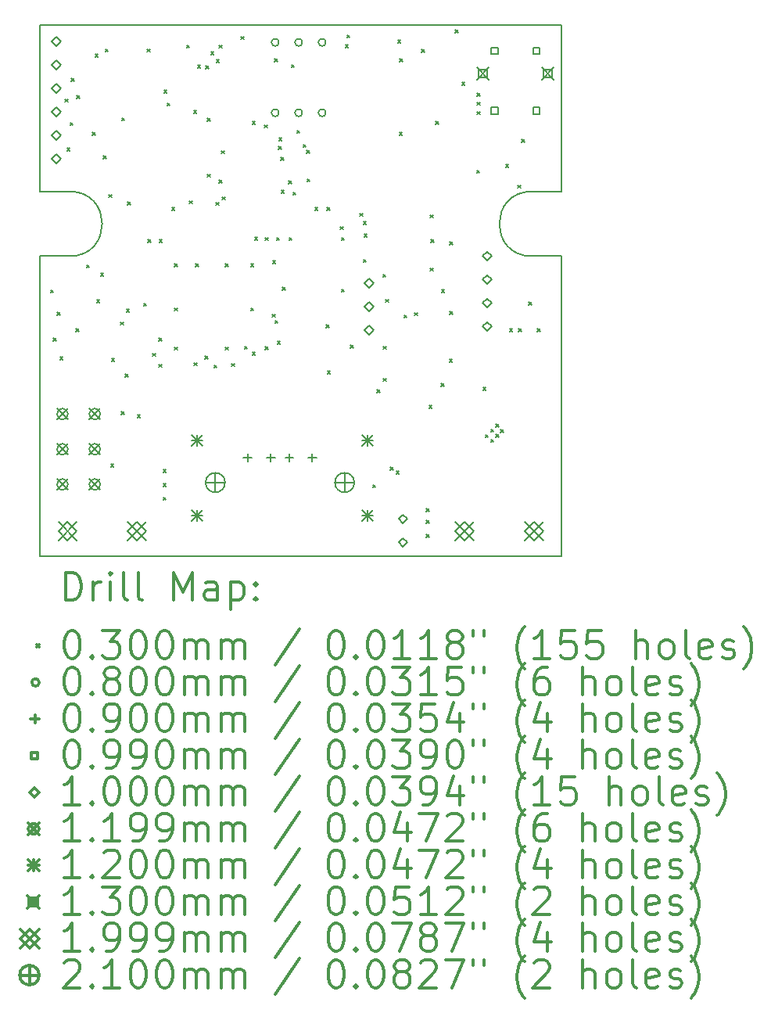
<source format=gbr>
%FSLAX45Y45*%
G04 Gerber Fmt 4.5, Leading zero omitted, Abs format (unit mm)*
G04 Created by KiCad (PCBNEW 5.1.10) date 2021-09-13 08:23:15*
%MOMM*%
%LPD*%
G01*
G04 APERTURE LIST*
%TA.AperFunction,Profile*%
%ADD10C,0.150000*%
%TD*%
%ADD11C,0.200000*%
%ADD12C,0.300000*%
G04 APERTURE END LIST*
D10*
X5650000Y3250000D02*
X5325000Y3250000D01*
X325000Y3950000D02*
G75*
G02*
X325000Y3250000I0J-350000D01*
G01*
X0Y3250000D02*
X325000Y3250000D01*
X5325000Y3950000D02*
G75*
G03*
X5325000Y3250000I0J-350000D01*
G01*
X325000Y3950000D02*
X0Y3950000D01*
X0Y3950000D02*
X0Y5750000D01*
X0Y0D02*
X0Y3250000D01*
X5650000Y0D02*
X0Y0D01*
X5650000Y3250000D02*
X5650000Y0D01*
X5650000Y3950000D02*
X5325000Y3950000D01*
X5650000Y5750000D02*
X5650000Y3950000D01*
X0Y5750000D02*
X5650000Y5750000D01*
D11*
X115000Y2882500D02*
X145000Y2852500D01*
X145000Y2882500D02*
X115000Y2852500D01*
X147500Y2362500D02*
X177500Y2332500D01*
X177500Y2362500D02*
X147500Y2332500D01*
X190000Y2642500D02*
X220000Y2612500D01*
X220000Y2642500D02*
X190000Y2612500D01*
X220000Y2160000D02*
X250000Y2130000D01*
X250000Y2160000D02*
X220000Y2130000D01*
X275000Y4950000D02*
X305000Y4920000D01*
X305000Y4950000D02*
X275000Y4920000D01*
X292500Y4422500D02*
X322500Y4392500D01*
X322500Y4422500D02*
X292500Y4392500D01*
X327500Y4695000D02*
X357500Y4665000D01*
X357500Y4695000D02*
X327500Y4665000D01*
X340000Y5175000D02*
X370000Y5145000D01*
X370000Y5175000D02*
X340000Y5145000D01*
X390000Y2465000D02*
X420000Y2435000D01*
X420000Y2465000D02*
X390000Y2435000D01*
X402500Y4987500D02*
X432500Y4957500D01*
X432500Y4987500D02*
X402500Y4957500D01*
X505000Y3155000D02*
X535000Y3125000D01*
X535000Y3155000D02*
X505000Y3125000D01*
X567500Y4587500D02*
X597500Y4557500D01*
X597500Y4587500D02*
X567500Y4557500D01*
X600000Y5435000D02*
X630000Y5405000D01*
X630000Y5435000D02*
X600000Y5405000D01*
X617500Y2777500D02*
X647500Y2747500D01*
X647500Y2777500D02*
X617500Y2747500D01*
X660000Y3065000D02*
X690000Y3035000D01*
X690000Y3065000D02*
X660000Y3035000D01*
X690000Y4335000D02*
X720000Y4305000D01*
X720000Y4335000D02*
X690000Y4305000D01*
X710000Y5492500D02*
X740000Y5462500D01*
X740000Y5492500D02*
X710000Y5462500D01*
X747500Y3917500D02*
X777500Y3887500D01*
X777500Y3917500D02*
X747500Y3887500D01*
X770000Y997500D02*
X800000Y967500D01*
X800000Y997500D02*
X770000Y967500D01*
X777500Y2145000D02*
X807500Y2115000D01*
X807500Y2145000D02*
X777500Y2115000D01*
X872500Y2535000D02*
X902500Y2505000D01*
X902500Y2535000D02*
X872500Y2505000D01*
X885000Y1565000D02*
X915000Y1535000D01*
X915000Y1565000D02*
X885000Y1535000D01*
X887500Y4745000D02*
X917500Y4715000D01*
X917500Y4745000D02*
X887500Y4715000D01*
X925000Y1972500D02*
X955000Y1942500D01*
X955000Y1972500D02*
X925000Y1942500D01*
X937500Y2677500D02*
X967500Y2647500D01*
X967500Y2677500D02*
X937500Y2647500D01*
X952500Y3835000D02*
X982500Y3805000D01*
X982500Y3835000D02*
X952500Y3805000D01*
X1057500Y1532500D02*
X1087500Y1502500D01*
X1087500Y1532500D02*
X1057500Y1502500D01*
X1125000Y2740000D02*
X1155000Y2710000D01*
X1155000Y2740000D02*
X1125000Y2710000D01*
X1160000Y5492500D02*
X1190000Y5462500D01*
X1190000Y5492500D02*
X1160000Y5462500D01*
X1172500Y3430000D02*
X1202500Y3400000D01*
X1202500Y3430000D02*
X1172500Y3400000D01*
X1222500Y2197500D02*
X1252500Y2167500D01*
X1252500Y2197500D02*
X1222500Y2167500D01*
X1290000Y2362500D02*
X1320000Y2332500D01*
X1320000Y2362500D02*
X1290000Y2332500D01*
X1290000Y2077500D02*
X1320000Y2047500D01*
X1320000Y2077500D02*
X1290000Y2047500D01*
X1295000Y3430000D02*
X1325000Y3400000D01*
X1325000Y3430000D02*
X1295000Y3400000D01*
X1335000Y940000D02*
X1365000Y910000D01*
X1365000Y940000D02*
X1335000Y910000D01*
X1335000Y790000D02*
X1365000Y760000D01*
X1365000Y790000D02*
X1335000Y760000D01*
X1335000Y640000D02*
X1365000Y610000D01*
X1365000Y640000D02*
X1335000Y610000D01*
X1342500Y5047500D02*
X1372500Y5017500D01*
X1372500Y5047500D02*
X1342500Y5017500D01*
X1377500Y4907500D02*
X1407500Y4877500D01*
X1407500Y4907500D02*
X1377500Y4877500D01*
X1427500Y3775000D02*
X1457500Y3745000D01*
X1457500Y3775000D02*
X1427500Y3745000D01*
X1460000Y3165000D02*
X1490000Y3135000D01*
X1490000Y3165000D02*
X1460000Y3135000D01*
X1460000Y2690000D02*
X1490000Y2660000D01*
X1490000Y2690000D02*
X1460000Y2660000D01*
X1460000Y2265000D02*
X1490000Y2235000D01*
X1490000Y2265000D02*
X1460000Y2235000D01*
X1590000Y5532500D02*
X1620000Y5502500D01*
X1620000Y5532500D02*
X1590000Y5502500D01*
X1617500Y3847500D02*
X1647500Y3817500D01*
X1647500Y3847500D02*
X1617500Y3817500D01*
X1665000Y4827500D02*
X1695000Y4797500D01*
X1695000Y4827500D02*
X1665000Y4797500D01*
X1670000Y2097500D02*
X1700000Y2067500D01*
X1700000Y2097500D02*
X1670000Y2067500D01*
X1685000Y3165000D02*
X1715000Y3135000D01*
X1715000Y3165000D02*
X1685000Y3135000D01*
X1707500Y5320000D02*
X1737500Y5290000D01*
X1737500Y5320000D02*
X1707500Y5290000D01*
X1787500Y2167500D02*
X1817500Y2137500D01*
X1817500Y2167500D02*
X1787500Y2137500D01*
X1795669Y5307129D02*
X1825669Y5277129D01*
X1825669Y5307129D02*
X1795669Y5277129D01*
X1812498Y4742500D02*
X1842498Y4712500D01*
X1842498Y4742500D02*
X1812498Y4712500D01*
X1812498Y4137500D02*
X1842498Y4107500D01*
X1842498Y4137500D02*
X1812498Y4107500D01*
X1852500Y5460000D02*
X1882500Y5430000D01*
X1882500Y5460000D02*
X1852500Y5430000D01*
X1887500Y2070000D02*
X1917500Y2040000D01*
X1917500Y2070000D02*
X1887500Y2040000D01*
X1907500Y3830000D02*
X1937500Y3800000D01*
X1937500Y3830000D02*
X1907500Y3800000D01*
X1910000Y5377500D02*
X1940000Y5347500D01*
X1940000Y5377500D02*
X1910000Y5347500D01*
X1940000Y5532500D02*
X1970000Y5502500D01*
X1970000Y5532500D02*
X1940000Y5502500D01*
X1940000Y4075001D02*
X1970000Y4045001D01*
X1970000Y4075001D02*
X1940000Y4045001D01*
X1967500Y4390000D02*
X1997500Y4360000D01*
X1997500Y4390000D02*
X1967500Y4360000D01*
X1975000Y3890000D02*
X2005000Y3860000D01*
X2005000Y3890000D02*
X1975000Y3860000D01*
X2010000Y3165000D02*
X2040000Y3135000D01*
X2040000Y3165000D02*
X2010000Y3135000D01*
X2010000Y2265000D02*
X2040000Y2235000D01*
X2040000Y2265000D02*
X2010000Y2235000D01*
X2075000Y2087500D02*
X2105000Y2057500D01*
X2105000Y2087500D02*
X2075000Y2057500D01*
X2177500Y5627500D02*
X2207500Y5597500D01*
X2207500Y5627500D02*
X2177500Y5597500D01*
X2217500Y2275000D02*
X2247500Y2245000D01*
X2247500Y2275000D02*
X2217500Y2245000D01*
X2285000Y3165000D02*
X2315000Y3135000D01*
X2315000Y3165000D02*
X2285000Y3135000D01*
X2285000Y2690000D02*
X2315000Y2660000D01*
X2315000Y2690000D02*
X2285000Y2660000D01*
X2300000Y4707500D02*
X2330000Y4677500D01*
X2330000Y4707500D02*
X2300000Y4677500D01*
X2300000Y2212500D02*
X2330000Y2182500D01*
X2330000Y2212500D02*
X2300000Y2182500D01*
X2327500Y3455000D02*
X2357500Y3425000D01*
X2357500Y3455000D02*
X2327500Y3425000D01*
X2430000Y4670000D02*
X2460000Y4640000D01*
X2460000Y4670000D02*
X2430000Y4640000D01*
X2442500Y3452500D02*
X2472500Y3422500D01*
X2472500Y3452500D02*
X2442500Y3422500D01*
X2442500Y2270000D02*
X2472500Y2240000D01*
X2472500Y2270000D02*
X2442500Y2240000D01*
X2514803Y2619999D02*
X2544803Y2589999D01*
X2544803Y2619999D02*
X2514803Y2589999D01*
X2520000Y3202500D02*
X2550000Y3172500D01*
X2550000Y3202500D02*
X2520000Y3172500D01*
X2541759Y5385741D02*
X2571759Y5355741D01*
X2571759Y5385741D02*
X2541759Y5355741D01*
X2547500Y2552500D02*
X2577500Y2522500D01*
X2577500Y2552500D02*
X2547500Y2522500D01*
X2565000Y3452500D02*
X2595000Y3422500D01*
X2595000Y3452500D02*
X2565000Y3422500D01*
X2572500Y2327500D02*
X2602500Y2297500D01*
X2602500Y2327500D02*
X2572500Y2297500D01*
X2582500Y4437500D02*
X2612500Y4407500D01*
X2612500Y4437500D02*
X2582500Y4407500D01*
X2590000Y4530000D02*
X2620000Y4500000D01*
X2620000Y4530000D02*
X2590000Y4500000D01*
X2610000Y4320000D02*
X2640000Y4290000D01*
X2640000Y4320000D02*
X2610000Y4290000D01*
X2610000Y4320000D02*
X2640000Y4290000D01*
X2640000Y4320000D02*
X2610000Y4290000D01*
X2612500Y3962500D02*
X2642500Y3932500D01*
X2642500Y3962500D02*
X2612500Y3932500D01*
X2625000Y2915000D02*
X2655000Y2885000D01*
X2655000Y2915000D02*
X2625000Y2885000D01*
X2692500Y4062500D02*
X2722500Y4032500D01*
X2722500Y4062500D02*
X2692500Y4032500D01*
X2697500Y3452500D02*
X2727500Y3422500D01*
X2727500Y3452500D02*
X2697500Y3422500D01*
X2725000Y5322500D02*
X2755000Y5292500D01*
X2755000Y5322500D02*
X2725000Y5292500D01*
X2740811Y3942871D02*
X2770811Y3912871D01*
X2770811Y3942871D02*
X2740811Y3912871D01*
X2782000Y4610000D02*
X2812000Y4580000D01*
X2812000Y4610000D02*
X2782000Y4580000D01*
X2850000Y4457500D02*
X2880000Y4427500D01*
X2880000Y4457500D02*
X2850000Y4427500D01*
X2891603Y4395096D02*
X2921603Y4365096D01*
X2921603Y4395096D02*
X2891603Y4365096D01*
X2895000Y4087500D02*
X2925000Y4057500D01*
X2925000Y4087500D02*
X2895000Y4057500D01*
X2980000Y3777500D02*
X3010000Y3747500D01*
X3010000Y3777500D02*
X2980000Y3747500D01*
X3102500Y2507500D02*
X3132500Y2477500D01*
X3132500Y2507500D02*
X3102500Y2477500D01*
X3110000Y3777500D02*
X3140000Y3747500D01*
X3140000Y3777500D02*
X3110000Y3747500D01*
X3115000Y2007500D02*
X3145000Y1977500D01*
X3145000Y2007500D02*
X3115000Y1977500D01*
X3255000Y3567498D02*
X3285000Y3537498D01*
X3285000Y3567498D02*
X3255000Y3537498D01*
X3267500Y2892500D02*
X3297500Y2862500D01*
X3297500Y2892500D02*
X3267500Y2862500D01*
X3267856Y3452497D02*
X3297856Y3422497D01*
X3297856Y3452497D02*
X3267856Y3422497D01*
X3310000Y5540000D02*
X3340000Y5510000D01*
X3340000Y5540000D02*
X3310000Y5510000D01*
X3325000Y5645000D02*
X3355000Y5615000D01*
X3355000Y5645000D02*
X3325000Y5615000D01*
X3362500Y2285000D02*
X3392500Y2255000D01*
X3392500Y2285000D02*
X3362500Y2255000D01*
X3465618Y3715001D02*
X3495618Y3685001D01*
X3495618Y3715001D02*
X3465618Y3685001D01*
X3502500Y3622500D02*
X3532500Y3592500D01*
X3532500Y3622500D02*
X3502500Y3592500D01*
X3502500Y3215000D02*
X3532500Y3185000D01*
X3532500Y3215000D02*
X3502500Y3185000D01*
X3510000Y3490000D02*
X3540000Y3460000D01*
X3540000Y3490000D02*
X3510000Y3460000D01*
X3605000Y775000D02*
X3635000Y745000D01*
X3635000Y775000D02*
X3605000Y745000D01*
X3652500Y1802500D02*
X3682500Y1772500D01*
X3682500Y1802500D02*
X3652500Y1772500D01*
X3715000Y3052500D02*
X3745000Y3022500D01*
X3745000Y3052500D02*
X3715000Y3022500D01*
X3717500Y2275000D02*
X3747500Y2245000D01*
X3747500Y2275000D02*
X3717500Y2245000D01*
X3720000Y1927500D02*
X3750000Y1897500D01*
X3750000Y1927500D02*
X3720000Y1897500D01*
X3742500Y2782500D02*
X3772500Y2752500D01*
X3772500Y2782500D02*
X3742500Y2752500D01*
X3795000Y965000D02*
X3825000Y935000D01*
X3825000Y965000D02*
X3795000Y935000D01*
X3857405Y923397D02*
X3887405Y893397D01*
X3887405Y923397D02*
X3857405Y893397D01*
X3877500Y5590000D02*
X3907500Y5560000D01*
X3907500Y5590000D02*
X3877500Y5560000D01*
X3892500Y4587500D02*
X3922500Y4557500D01*
X3922500Y4587500D02*
X3892500Y4557500D01*
X3895000Y5385000D02*
X3925000Y5355000D01*
X3925000Y5385000D02*
X3895000Y5355000D01*
X3942500Y2612500D02*
X3972500Y2582500D01*
X3972500Y2612500D02*
X3942500Y2582500D01*
X4057500Y2637500D02*
X4087500Y2607500D01*
X4087500Y2637500D02*
X4057500Y2607500D01*
X4135000Y5485000D02*
X4165000Y5455000D01*
X4165000Y5485000D02*
X4135000Y5455000D01*
X4185000Y515000D02*
X4215000Y485000D01*
X4215000Y515000D02*
X4185000Y485000D01*
X4185000Y390000D02*
X4215000Y360000D01*
X4215000Y390000D02*
X4185000Y360000D01*
X4185000Y240000D02*
X4215000Y210000D01*
X4215000Y240000D02*
X4185000Y210000D01*
X4215000Y1635000D02*
X4245000Y1605000D01*
X4245000Y1635000D02*
X4215000Y1605000D01*
X4225000Y3695000D02*
X4255000Y3665000D01*
X4255000Y3695000D02*
X4225000Y3665000D01*
X4227500Y3122500D02*
X4257500Y3092500D01*
X4257500Y3122500D02*
X4227500Y3092500D01*
X4235000Y3430000D02*
X4265000Y3400000D01*
X4265000Y3430000D02*
X4235000Y3400000D01*
X4287500Y4710000D02*
X4317500Y4680000D01*
X4317500Y4710000D02*
X4287500Y4680000D01*
X4347500Y1870000D02*
X4377500Y1840000D01*
X4377500Y1870000D02*
X4347500Y1840000D01*
X4350000Y2887500D02*
X4380000Y2857500D01*
X4380000Y2887500D02*
X4350000Y2857500D01*
X4435000Y2132500D02*
X4465000Y2102500D01*
X4465000Y2132500D02*
X4435000Y2102500D01*
X4440000Y3402500D02*
X4470000Y3372500D01*
X4470000Y3402500D02*
X4440000Y3372500D01*
X4440000Y2650000D02*
X4470000Y2620000D01*
X4470000Y2650000D02*
X4440000Y2620000D01*
X4497500Y5697500D02*
X4527500Y5667500D01*
X4527500Y5697500D02*
X4497500Y5667500D01*
X4570000Y5132500D02*
X4600000Y5102500D01*
X4600000Y5132500D02*
X4570000Y5102500D01*
X4732500Y4180000D02*
X4762500Y4150000D01*
X4762500Y4180000D02*
X4732500Y4150000D01*
X4735000Y5015000D02*
X4765000Y4985000D01*
X4765000Y5015000D02*
X4735000Y4985000D01*
X4735000Y4915000D02*
X4765000Y4885000D01*
X4765000Y4915000D02*
X4735000Y4885000D01*
X4735000Y4815000D02*
X4765000Y4785000D01*
X4765000Y4815000D02*
X4735000Y4785000D01*
X4800000Y1830000D02*
X4830000Y1800000D01*
X4830000Y1830000D02*
X4800000Y1800000D01*
X4822500Y1317500D02*
X4852500Y1287500D01*
X4852500Y1317500D02*
X4822500Y1287500D01*
X4882500Y1375000D02*
X4912500Y1345000D01*
X4912500Y1375000D02*
X4882500Y1345000D01*
X4882500Y1265000D02*
X4912500Y1235000D01*
X4912500Y1265000D02*
X4882500Y1235000D01*
X4937500Y1430000D02*
X4967500Y1400000D01*
X4967500Y1430000D02*
X4937500Y1400000D01*
X4937500Y1320000D02*
X4967500Y1290000D01*
X4967500Y1320000D02*
X4937500Y1290000D01*
X4991250Y1373750D02*
X5021250Y1343750D01*
X5021250Y1373750D02*
X4991250Y1343750D01*
X5045000Y4242500D02*
X5075000Y4212500D01*
X5075000Y4242500D02*
X5045000Y4212500D01*
X5085000Y2465000D02*
X5115000Y2435000D01*
X5115000Y2465000D02*
X5085000Y2435000D01*
X5175000Y4017500D02*
X5205000Y3987500D01*
X5205000Y4017500D02*
X5175000Y3987500D01*
X5185000Y2465000D02*
X5215000Y2435000D01*
X5215000Y2465000D02*
X5185000Y2435000D01*
X5220000Y4515000D02*
X5250000Y4485000D01*
X5250000Y4515000D02*
X5220000Y4485000D01*
X5295000Y2752500D02*
X5325000Y2722500D01*
X5325000Y2752500D02*
X5295000Y2722500D01*
X5385000Y2465000D02*
X5415000Y2435000D01*
X5415000Y2465000D02*
X5385000Y2435000D01*
X2588000Y5564000D02*
G75*
G03*
X2588000Y5564000I-40000J0D01*
G01*
X2588000Y4802000D02*
G75*
G03*
X2588000Y4802000I-40000J0D01*
G01*
X2842000Y5564000D02*
G75*
G03*
X2842000Y5564000I-40000J0D01*
G01*
X2842000Y4802000D02*
G75*
G03*
X2842000Y4802000I-40000J0D01*
G01*
X3096000Y5564000D02*
G75*
G03*
X3096000Y5564000I-40000J0D01*
G01*
X3096000Y4802000D02*
G75*
G03*
X3096000Y4802000I-40000J0D01*
G01*
X2250000Y1116000D02*
X2250000Y1026000D01*
X2205000Y1071000D02*
X2295000Y1071000D01*
X2500000Y1116000D02*
X2500000Y1026000D01*
X2455000Y1071000D02*
X2545000Y1071000D01*
X2700000Y1116000D02*
X2700000Y1026000D01*
X2655000Y1071000D02*
X2745000Y1071000D01*
X2950000Y1116000D02*
X2950000Y1026000D01*
X2905000Y1071000D02*
X2995000Y1071000D01*
X4959002Y5439998D02*
X4959002Y5510002D01*
X4888998Y5510002D01*
X4888998Y5439998D01*
X4959002Y5439998D01*
X4959002Y4789998D02*
X4959002Y4860002D01*
X4888998Y4860002D01*
X4888998Y4789998D01*
X4959002Y4789998D01*
X5409002Y5439998D02*
X5409002Y5510002D01*
X5338998Y5510002D01*
X5338998Y5439998D01*
X5409002Y5439998D01*
X5409002Y4789998D02*
X5409002Y4860002D01*
X5338998Y4860002D01*
X5338998Y4789998D01*
X5409002Y4789998D01*
X175000Y5525000D02*
X225000Y5575000D01*
X175000Y5625000D01*
X125000Y5575000D01*
X175000Y5525000D01*
X175000Y5271000D02*
X225000Y5321000D01*
X175000Y5371000D01*
X125000Y5321000D01*
X175000Y5271000D01*
X175000Y5017000D02*
X225000Y5067000D01*
X175000Y5117000D01*
X125000Y5067000D01*
X175000Y5017000D01*
X175000Y4763000D02*
X225000Y4813000D01*
X175000Y4863000D01*
X125000Y4813000D01*
X175000Y4763000D01*
X175000Y4509000D02*
X225000Y4559000D01*
X175000Y4609000D01*
X125000Y4559000D01*
X175000Y4509000D01*
X175000Y4255000D02*
X225000Y4305000D01*
X175000Y4355000D01*
X125000Y4305000D01*
X175000Y4255000D01*
X3565000Y2905000D02*
X3615000Y2955000D01*
X3565000Y3005000D01*
X3515000Y2955000D01*
X3565000Y2905000D01*
X3565000Y2651000D02*
X3615000Y2701000D01*
X3565000Y2751000D01*
X3515000Y2701000D01*
X3565000Y2651000D01*
X3565000Y2397000D02*
X3615000Y2447000D01*
X3565000Y2497000D01*
X3515000Y2447000D01*
X3565000Y2397000D01*
X3932500Y355000D02*
X3982500Y405000D01*
X3932500Y455000D01*
X3882500Y405000D01*
X3932500Y355000D01*
X3932500Y101000D02*
X3982500Y151000D01*
X3932500Y201000D01*
X3882500Y151000D01*
X3932500Y101000D01*
X4845000Y3200000D02*
X4895000Y3250000D01*
X4845000Y3300000D01*
X4795000Y3250000D01*
X4845000Y3200000D01*
X4845000Y2946000D02*
X4895000Y2996000D01*
X4845000Y3046000D01*
X4795000Y2996000D01*
X4845000Y2946000D01*
X4845000Y2692000D02*
X4895000Y2742000D01*
X4845000Y2792000D01*
X4795000Y2742000D01*
X4845000Y2692000D01*
X4845000Y2438000D02*
X4895000Y2488000D01*
X4845000Y2538000D01*
X4795000Y2488000D01*
X4845000Y2438000D01*
X185056Y1600944D02*
X304944Y1481056D01*
X304944Y1600944D02*
X185056Y1481056D01*
X304944Y1541000D02*
G75*
G03*
X304944Y1541000I-59944J0D01*
G01*
X185056Y1219944D02*
X304944Y1100056D01*
X304944Y1219944D02*
X185056Y1100056D01*
X304944Y1160000D02*
G75*
G03*
X304944Y1160000I-59944J0D01*
G01*
X185056Y838944D02*
X304944Y719056D01*
X304944Y838944D02*
X185056Y719056D01*
X304944Y779000D02*
G75*
G03*
X304944Y779000I-59944J0D01*
G01*
X535056Y1600944D02*
X654944Y1481056D01*
X654944Y1600944D02*
X535056Y1481056D01*
X654944Y1541000D02*
G75*
G03*
X654944Y1541000I-59944J0D01*
G01*
X535056Y1219944D02*
X654944Y1100056D01*
X654944Y1219944D02*
X535056Y1100056D01*
X654944Y1160000D02*
G75*
G03*
X654944Y1160000I-59944J0D01*
G01*
X535056Y838944D02*
X654944Y719056D01*
X654944Y838944D02*
X535056Y719056D01*
X654944Y779000D02*
G75*
G03*
X654944Y779000I-59944J0D01*
G01*
X1640000Y1316000D02*
X1760000Y1196000D01*
X1760000Y1316000D02*
X1640000Y1196000D01*
X1700000Y1316000D02*
X1700000Y1196000D01*
X1640000Y1256000D02*
X1760000Y1256000D01*
X1640000Y504000D02*
X1760000Y384000D01*
X1760000Y504000D02*
X1640000Y384000D01*
X1700000Y504000D02*
X1700000Y384000D01*
X1640000Y444000D02*
X1760000Y444000D01*
X3490000Y1316000D02*
X3610000Y1196000D01*
X3610000Y1316000D02*
X3490000Y1196000D01*
X3550000Y1316000D02*
X3550000Y1196000D01*
X3490000Y1256000D02*
X3610000Y1256000D01*
X3490000Y504000D02*
X3610000Y384000D01*
X3610000Y504000D02*
X3490000Y384000D01*
X3550000Y504000D02*
X3550000Y384000D01*
X3490000Y444000D02*
X3610000Y444000D01*
X4734000Y5291000D02*
X4864000Y5161000D01*
X4864000Y5291000D02*
X4734000Y5161000D01*
X4844962Y5180038D02*
X4844962Y5271962D01*
X4753038Y5271962D01*
X4753038Y5180038D01*
X4844962Y5180038D01*
X5435000Y5291000D02*
X5565000Y5161000D01*
X5565000Y5291000D02*
X5435000Y5161000D01*
X5545962Y5180038D02*
X5545962Y5271962D01*
X5454038Y5271962D01*
X5454038Y5180038D01*
X5545962Y5180038D01*
X200051Y374949D02*
X399949Y175051D01*
X399949Y374949D02*
X200051Y175051D01*
X300000Y175051D02*
X399949Y275000D01*
X300000Y374949D01*
X200051Y275000D01*
X300000Y175051D01*
X950051Y374949D02*
X1149949Y175051D01*
X1149949Y374949D02*
X950051Y175051D01*
X1050000Y175051D02*
X1149949Y275000D01*
X1050000Y374949D01*
X950051Y275000D01*
X1050000Y175051D01*
X4500051Y374949D02*
X4699949Y175051D01*
X4699949Y374949D02*
X4500051Y175051D01*
X4600000Y175051D02*
X4699949Y275000D01*
X4600000Y374949D01*
X4500051Y275000D01*
X4600000Y175051D01*
X5250051Y374949D02*
X5449949Y175051D01*
X5449949Y374949D02*
X5250051Y175051D01*
X5350000Y175051D02*
X5449949Y275000D01*
X5350000Y374949D01*
X5250051Y275000D01*
X5350000Y175051D01*
X1900000Y905000D02*
X1900000Y695000D01*
X1795000Y800000D02*
X2005000Y800000D01*
X2005000Y800000D02*
G75*
G03*
X2005000Y800000I-105000J0D01*
G01*
X3300000Y905000D02*
X3300000Y695000D01*
X3195000Y800000D02*
X3405000Y800000D01*
X3405000Y800000D02*
G75*
G03*
X3405000Y800000I-105000J0D01*
G01*
D12*
X278928Y-473214D02*
X278928Y-173214D01*
X350357Y-173214D01*
X393214Y-187500D01*
X421786Y-216071D01*
X436071Y-244643D01*
X450357Y-301786D01*
X450357Y-344643D01*
X436071Y-401786D01*
X421786Y-430357D01*
X393214Y-458929D01*
X350357Y-473214D01*
X278928Y-473214D01*
X578928Y-473214D02*
X578928Y-273214D01*
X578928Y-330357D02*
X593214Y-301786D01*
X607500Y-287500D01*
X636071Y-273214D01*
X664643Y-273214D01*
X764643Y-473214D02*
X764643Y-273214D01*
X764643Y-173214D02*
X750357Y-187500D01*
X764643Y-201786D01*
X778928Y-187500D01*
X764643Y-173214D01*
X764643Y-201786D01*
X950357Y-473214D02*
X921786Y-458929D01*
X907500Y-430357D01*
X907500Y-173214D01*
X1107500Y-473214D02*
X1078928Y-458929D01*
X1064643Y-430357D01*
X1064643Y-173214D01*
X1450357Y-473214D02*
X1450357Y-173214D01*
X1550357Y-387500D01*
X1650357Y-173214D01*
X1650357Y-473214D01*
X1921786Y-473214D02*
X1921786Y-316072D01*
X1907500Y-287500D01*
X1878928Y-273214D01*
X1821786Y-273214D01*
X1793214Y-287500D01*
X1921786Y-458929D02*
X1893214Y-473214D01*
X1821786Y-473214D01*
X1793214Y-458929D01*
X1778928Y-430357D01*
X1778928Y-401786D01*
X1793214Y-373214D01*
X1821786Y-358929D01*
X1893214Y-358929D01*
X1921786Y-344643D01*
X2064643Y-273214D02*
X2064643Y-573214D01*
X2064643Y-287500D02*
X2093214Y-273214D01*
X2150357Y-273214D01*
X2178928Y-287500D01*
X2193214Y-301786D01*
X2207500Y-330357D01*
X2207500Y-416071D01*
X2193214Y-444643D01*
X2178928Y-458929D01*
X2150357Y-473214D01*
X2093214Y-473214D01*
X2064643Y-458929D01*
X2336071Y-444643D02*
X2350357Y-458929D01*
X2336071Y-473214D01*
X2321786Y-458929D01*
X2336071Y-444643D01*
X2336071Y-473214D01*
X2336071Y-287500D02*
X2350357Y-301786D01*
X2336071Y-316072D01*
X2321786Y-301786D01*
X2336071Y-287500D01*
X2336071Y-316072D01*
X-37500Y-952500D02*
X-7500Y-982500D01*
X-7500Y-952500D02*
X-37500Y-982500D01*
X336071Y-803214D02*
X364643Y-803214D01*
X393214Y-817500D01*
X407500Y-831786D01*
X421786Y-860357D01*
X436071Y-917500D01*
X436071Y-988929D01*
X421786Y-1046071D01*
X407500Y-1074643D01*
X393214Y-1088929D01*
X364643Y-1103214D01*
X336071Y-1103214D01*
X307500Y-1088929D01*
X293214Y-1074643D01*
X278928Y-1046071D01*
X264643Y-988929D01*
X264643Y-917500D01*
X278928Y-860357D01*
X293214Y-831786D01*
X307500Y-817500D01*
X336071Y-803214D01*
X564643Y-1074643D02*
X578928Y-1088929D01*
X564643Y-1103214D01*
X550357Y-1088929D01*
X564643Y-1074643D01*
X564643Y-1103214D01*
X678928Y-803214D02*
X864643Y-803214D01*
X764643Y-917500D01*
X807500Y-917500D01*
X836071Y-931786D01*
X850357Y-946071D01*
X864643Y-974643D01*
X864643Y-1046071D01*
X850357Y-1074643D01*
X836071Y-1088929D01*
X807500Y-1103214D01*
X721786Y-1103214D01*
X693214Y-1088929D01*
X678928Y-1074643D01*
X1050357Y-803214D02*
X1078928Y-803214D01*
X1107500Y-817500D01*
X1121786Y-831786D01*
X1136071Y-860357D01*
X1150357Y-917500D01*
X1150357Y-988929D01*
X1136071Y-1046071D01*
X1121786Y-1074643D01*
X1107500Y-1088929D01*
X1078928Y-1103214D01*
X1050357Y-1103214D01*
X1021786Y-1088929D01*
X1007500Y-1074643D01*
X993214Y-1046071D01*
X978928Y-988929D01*
X978928Y-917500D01*
X993214Y-860357D01*
X1007500Y-831786D01*
X1021786Y-817500D01*
X1050357Y-803214D01*
X1336071Y-803214D02*
X1364643Y-803214D01*
X1393214Y-817500D01*
X1407500Y-831786D01*
X1421786Y-860357D01*
X1436071Y-917500D01*
X1436071Y-988929D01*
X1421786Y-1046071D01*
X1407500Y-1074643D01*
X1393214Y-1088929D01*
X1364643Y-1103214D01*
X1336071Y-1103214D01*
X1307500Y-1088929D01*
X1293214Y-1074643D01*
X1278928Y-1046071D01*
X1264643Y-988929D01*
X1264643Y-917500D01*
X1278928Y-860357D01*
X1293214Y-831786D01*
X1307500Y-817500D01*
X1336071Y-803214D01*
X1564643Y-1103214D02*
X1564643Y-903214D01*
X1564643Y-931786D02*
X1578928Y-917500D01*
X1607500Y-903214D01*
X1650357Y-903214D01*
X1678928Y-917500D01*
X1693214Y-946071D01*
X1693214Y-1103214D01*
X1693214Y-946071D02*
X1707500Y-917500D01*
X1736071Y-903214D01*
X1778928Y-903214D01*
X1807500Y-917500D01*
X1821786Y-946071D01*
X1821786Y-1103214D01*
X1964643Y-1103214D02*
X1964643Y-903214D01*
X1964643Y-931786D02*
X1978928Y-917500D01*
X2007500Y-903214D01*
X2050357Y-903214D01*
X2078928Y-917500D01*
X2093214Y-946071D01*
X2093214Y-1103214D01*
X2093214Y-946071D02*
X2107500Y-917500D01*
X2136071Y-903214D01*
X2178928Y-903214D01*
X2207500Y-917500D01*
X2221786Y-946071D01*
X2221786Y-1103214D01*
X2807500Y-788929D02*
X2550357Y-1174643D01*
X3193214Y-803214D02*
X3221786Y-803214D01*
X3250357Y-817500D01*
X3264643Y-831786D01*
X3278928Y-860357D01*
X3293214Y-917500D01*
X3293214Y-988929D01*
X3278928Y-1046071D01*
X3264643Y-1074643D01*
X3250357Y-1088929D01*
X3221786Y-1103214D01*
X3193214Y-1103214D01*
X3164643Y-1088929D01*
X3150357Y-1074643D01*
X3136071Y-1046071D01*
X3121786Y-988929D01*
X3121786Y-917500D01*
X3136071Y-860357D01*
X3150357Y-831786D01*
X3164643Y-817500D01*
X3193214Y-803214D01*
X3421786Y-1074643D02*
X3436071Y-1088929D01*
X3421786Y-1103214D01*
X3407500Y-1088929D01*
X3421786Y-1074643D01*
X3421786Y-1103214D01*
X3621786Y-803214D02*
X3650357Y-803214D01*
X3678928Y-817500D01*
X3693214Y-831786D01*
X3707500Y-860357D01*
X3721786Y-917500D01*
X3721786Y-988929D01*
X3707500Y-1046071D01*
X3693214Y-1074643D01*
X3678928Y-1088929D01*
X3650357Y-1103214D01*
X3621786Y-1103214D01*
X3593214Y-1088929D01*
X3578928Y-1074643D01*
X3564643Y-1046071D01*
X3550357Y-988929D01*
X3550357Y-917500D01*
X3564643Y-860357D01*
X3578928Y-831786D01*
X3593214Y-817500D01*
X3621786Y-803214D01*
X4007500Y-1103214D02*
X3836071Y-1103214D01*
X3921786Y-1103214D02*
X3921786Y-803214D01*
X3893214Y-846071D01*
X3864643Y-874643D01*
X3836071Y-888929D01*
X4293214Y-1103214D02*
X4121786Y-1103214D01*
X4207500Y-1103214D02*
X4207500Y-803214D01*
X4178928Y-846071D01*
X4150357Y-874643D01*
X4121786Y-888929D01*
X4464643Y-931786D02*
X4436071Y-917500D01*
X4421786Y-903214D01*
X4407500Y-874643D01*
X4407500Y-860357D01*
X4421786Y-831786D01*
X4436071Y-817500D01*
X4464643Y-803214D01*
X4521786Y-803214D01*
X4550357Y-817500D01*
X4564643Y-831786D01*
X4578928Y-860357D01*
X4578928Y-874643D01*
X4564643Y-903214D01*
X4550357Y-917500D01*
X4521786Y-931786D01*
X4464643Y-931786D01*
X4436071Y-946071D01*
X4421786Y-960357D01*
X4407500Y-988929D01*
X4407500Y-1046071D01*
X4421786Y-1074643D01*
X4436071Y-1088929D01*
X4464643Y-1103214D01*
X4521786Y-1103214D01*
X4550357Y-1088929D01*
X4564643Y-1074643D01*
X4578928Y-1046071D01*
X4578928Y-988929D01*
X4564643Y-960357D01*
X4550357Y-946071D01*
X4521786Y-931786D01*
X4693214Y-803214D02*
X4693214Y-860357D01*
X4807500Y-803214D02*
X4807500Y-860357D01*
X5250357Y-1217500D02*
X5236071Y-1203214D01*
X5207500Y-1160357D01*
X5193214Y-1131786D01*
X5178928Y-1088929D01*
X5164643Y-1017500D01*
X5164643Y-960357D01*
X5178928Y-888929D01*
X5193214Y-846071D01*
X5207500Y-817500D01*
X5236071Y-774643D01*
X5250357Y-760357D01*
X5521786Y-1103214D02*
X5350357Y-1103214D01*
X5436071Y-1103214D02*
X5436071Y-803214D01*
X5407500Y-846071D01*
X5378928Y-874643D01*
X5350357Y-888929D01*
X5793214Y-803214D02*
X5650357Y-803214D01*
X5636071Y-946071D01*
X5650357Y-931786D01*
X5678928Y-917500D01*
X5750357Y-917500D01*
X5778928Y-931786D01*
X5793214Y-946071D01*
X5807500Y-974643D01*
X5807500Y-1046071D01*
X5793214Y-1074643D01*
X5778928Y-1088929D01*
X5750357Y-1103214D01*
X5678928Y-1103214D01*
X5650357Y-1088929D01*
X5636071Y-1074643D01*
X6078928Y-803214D02*
X5936071Y-803214D01*
X5921786Y-946071D01*
X5936071Y-931786D01*
X5964643Y-917500D01*
X6036071Y-917500D01*
X6064643Y-931786D01*
X6078928Y-946071D01*
X6093214Y-974643D01*
X6093214Y-1046071D01*
X6078928Y-1074643D01*
X6064643Y-1088929D01*
X6036071Y-1103214D01*
X5964643Y-1103214D01*
X5936071Y-1088929D01*
X5921786Y-1074643D01*
X6450357Y-1103214D02*
X6450357Y-803214D01*
X6578928Y-1103214D02*
X6578928Y-946071D01*
X6564643Y-917500D01*
X6536071Y-903214D01*
X6493214Y-903214D01*
X6464643Y-917500D01*
X6450357Y-931786D01*
X6764643Y-1103214D02*
X6736071Y-1088929D01*
X6721786Y-1074643D01*
X6707500Y-1046071D01*
X6707500Y-960357D01*
X6721786Y-931786D01*
X6736071Y-917500D01*
X6764643Y-903214D01*
X6807500Y-903214D01*
X6836071Y-917500D01*
X6850357Y-931786D01*
X6864643Y-960357D01*
X6864643Y-1046071D01*
X6850357Y-1074643D01*
X6836071Y-1088929D01*
X6807500Y-1103214D01*
X6764643Y-1103214D01*
X7036071Y-1103214D02*
X7007500Y-1088929D01*
X6993214Y-1060357D01*
X6993214Y-803214D01*
X7264643Y-1088929D02*
X7236071Y-1103214D01*
X7178928Y-1103214D01*
X7150357Y-1088929D01*
X7136071Y-1060357D01*
X7136071Y-946071D01*
X7150357Y-917500D01*
X7178928Y-903214D01*
X7236071Y-903214D01*
X7264643Y-917500D01*
X7278928Y-946071D01*
X7278928Y-974643D01*
X7136071Y-1003214D01*
X7393214Y-1088929D02*
X7421786Y-1103214D01*
X7478928Y-1103214D01*
X7507500Y-1088929D01*
X7521786Y-1060357D01*
X7521786Y-1046071D01*
X7507500Y-1017500D01*
X7478928Y-1003214D01*
X7436071Y-1003214D01*
X7407500Y-988929D01*
X7393214Y-960357D01*
X7393214Y-946071D01*
X7407500Y-917500D01*
X7436071Y-903214D01*
X7478928Y-903214D01*
X7507500Y-917500D01*
X7621786Y-1217500D02*
X7636071Y-1203214D01*
X7664643Y-1160357D01*
X7678928Y-1131786D01*
X7693214Y-1088929D01*
X7707500Y-1017500D01*
X7707500Y-960357D01*
X7693214Y-888929D01*
X7678928Y-846071D01*
X7664643Y-817500D01*
X7636071Y-774643D01*
X7621786Y-760357D01*
X-7500Y-1363500D02*
G75*
G03*
X-7500Y-1363500I-40000J0D01*
G01*
X336071Y-1199214D02*
X364643Y-1199214D01*
X393214Y-1213500D01*
X407500Y-1227786D01*
X421786Y-1256357D01*
X436071Y-1313500D01*
X436071Y-1384929D01*
X421786Y-1442071D01*
X407500Y-1470643D01*
X393214Y-1484929D01*
X364643Y-1499214D01*
X336071Y-1499214D01*
X307500Y-1484929D01*
X293214Y-1470643D01*
X278928Y-1442071D01*
X264643Y-1384929D01*
X264643Y-1313500D01*
X278928Y-1256357D01*
X293214Y-1227786D01*
X307500Y-1213500D01*
X336071Y-1199214D01*
X564643Y-1470643D02*
X578928Y-1484929D01*
X564643Y-1499214D01*
X550357Y-1484929D01*
X564643Y-1470643D01*
X564643Y-1499214D01*
X750357Y-1327786D02*
X721786Y-1313500D01*
X707500Y-1299214D01*
X693214Y-1270643D01*
X693214Y-1256357D01*
X707500Y-1227786D01*
X721786Y-1213500D01*
X750357Y-1199214D01*
X807500Y-1199214D01*
X836071Y-1213500D01*
X850357Y-1227786D01*
X864643Y-1256357D01*
X864643Y-1270643D01*
X850357Y-1299214D01*
X836071Y-1313500D01*
X807500Y-1327786D01*
X750357Y-1327786D01*
X721786Y-1342072D01*
X707500Y-1356357D01*
X693214Y-1384929D01*
X693214Y-1442071D01*
X707500Y-1470643D01*
X721786Y-1484929D01*
X750357Y-1499214D01*
X807500Y-1499214D01*
X836071Y-1484929D01*
X850357Y-1470643D01*
X864643Y-1442071D01*
X864643Y-1384929D01*
X850357Y-1356357D01*
X836071Y-1342072D01*
X807500Y-1327786D01*
X1050357Y-1199214D02*
X1078928Y-1199214D01*
X1107500Y-1213500D01*
X1121786Y-1227786D01*
X1136071Y-1256357D01*
X1150357Y-1313500D01*
X1150357Y-1384929D01*
X1136071Y-1442071D01*
X1121786Y-1470643D01*
X1107500Y-1484929D01*
X1078928Y-1499214D01*
X1050357Y-1499214D01*
X1021786Y-1484929D01*
X1007500Y-1470643D01*
X993214Y-1442071D01*
X978928Y-1384929D01*
X978928Y-1313500D01*
X993214Y-1256357D01*
X1007500Y-1227786D01*
X1021786Y-1213500D01*
X1050357Y-1199214D01*
X1336071Y-1199214D02*
X1364643Y-1199214D01*
X1393214Y-1213500D01*
X1407500Y-1227786D01*
X1421786Y-1256357D01*
X1436071Y-1313500D01*
X1436071Y-1384929D01*
X1421786Y-1442071D01*
X1407500Y-1470643D01*
X1393214Y-1484929D01*
X1364643Y-1499214D01*
X1336071Y-1499214D01*
X1307500Y-1484929D01*
X1293214Y-1470643D01*
X1278928Y-1442071D01*
X1264643Y-1384929D01*
X1264643Y-1313500D01*
X1278928Y-1256357D01*
X1293214Y-1227786D01*
X1307500Y-1213500D01*
X1336071Y-1199214D01*
X1564643Y-1499214D02*
X1564643Y-1299214D01*
X1564643Y-1327786D02*
X1578928Y-1313500D01*
X1607500Y-1299214D01*
X1650357Y-1299214D01*
X1678928Y-1313500D01*
X1693214Y-1342072D01*
X1693214Y-1499214D01*
X1693214Y-1342072D02*
X1707500Y-1313500D01*
X1736071Y-1299214D01*
X1778928Y-1299214D01*
X1807500Y-1313500D01*
X1821786Y-1342072D01*
X1821786Y-1499214D01*
X1964643Y-1499214D02*
X1964643Y-1299214D01*
X1964643Y-1327786D02*
X1978928Y-1313500D01*
X2007500Y-1299214D01*
X2050357Y-1299214D01*
X2078928Y-1313500D01*
X2093214Y-1342072D01*
X2093214Y-1499214D01*
X2093214Y-1342072D02*
X2107500Y-1313500D01*
X2136071Y-1299214D01*
X2178928Y-1299214D01*
X2207500Y-1313500D01*
X2221786Y-1342072D01*
X2221786Y-1499214D01*
X2807500Y-1184929D02*
X2550357Y-1570643D01*
X3193214Y-1199214D02*
X3221786Y-1199214D01*
X3250357Y-1213500D01*
X3264643Y-1227786D01*
X3278928Y-1256357D01*
X3293214Y-1313500D01*
X3293214Y-1384929D01*
X3278928Y-1442071D01*
X3264643Y-1470643D01*
X3250357Y-1484929D01*
X3221786Y-1499214D01*
X3193214Y-1499214D01*
X3164643Y-1484929D01*
X3150357Y-1470643D01*
X3136071Y-1442071D01*
X3121786Y-1384929D01*
X3121786Y-1313500D01*
X3136071Y-1256357D01*
X3150357Y-1227786D01*
X3164643Y-1213500D01*
X3193214Y-1199214D01*
X3421786Y-1470643D02*
X3436071Y-1484929D01*
X3421786Y-1499214D01*
X3407500Y-1484929D01*
X3421786Y-1470643D01*
X3421786Y-1499214D01*
X3621786Y-1199214D02*
X3650357Y-1199214D01*
X3678928Y-1213500D01*
X3693214Y-1227786D01*
X3707500Y-1256357D01*
X3721786Y-1313500D01*
X3721786Y-1384929D01*
X3707500Y-1442071D01*
X3693214Y-1470643D01*
X3678928Y-1484929D01*
X3650357Y-1499214D01*
X3621786Y-1499214D01*
X3593214Y-1484929D01*
X3578928Y-1470643D01*
X3564643Y-1442071D01*
X3550357Y-1384929D01*
X3550357Y-1313500D01*
X3564643Y-1256357D01*
X3578928Y-1227786D01*
X3593214Y-1213500D01*
X3621786Y-1199214D01*
X3821786Y-1199214D02*
X4007500Y-1199214D01*
X3907500Y-1313500D01*
X3950357Y-1313500D01*
X3978928Y-1327786D01*
X3993214Y-1342072D01*
X4007500Y-1370643D01*
X4007500Y-1442071D01*
X3993214Y-1470643D01*
X3978928Y-1484929D01*
X3950357Y-1499214D01*
X3864643Y-1499214D01*
X3836071Y-1484929D01*
X3821786Y-1470643D01*
X4293214Y-1499214D02*
X4121786Y-1499214D01*
X4207500Y-1499214D02*
X4207500Y-1199214D01*
X4178928Y-1242072D01*
X4150357Y-1270643D01*
X4121786Y-1284929D01*
X4564643Y-1199214D02*
X4421786Y-1199214D01*
X4407500Y-1342072D01*
X4421786Y-1327786D01*
X4450357Y-1313500D01*
X4521786Y-1313500D01*
X4550357Y-1327786D01*
X4564643Y-1342072D01*
X4578928Y-1370643D01*
X4578928Y-1442071D01*
X4564643Y-1470643D01*
X4550357Y-1484929D01*
X4521786Y-1499214D01*
X4450357Y-1499214D01*
X4421786Y-1484929D01*
X4407500Y-1470643D01*
X4693214Y-1199214D02*
X4693214Y-1256357D01*
X4807500Y-1199214D02*
X4807500Y-1256357D01*
X5250357Y-1613500D02*
X5236071Y-1599214D01*
X5207500Y-1556357D01*
X5193214Y-1527786D01*
X5178928Y-1484929D01*
X5164643Y-1413500D01*
X5164643Y-1356357D01*
X5178928Y-1284929D01*
X5193214Y-1242072D01*
X5207500Y-1213500D01*
X5236071Y-1170643D01*
X5250357Y-1156357D01*
X5493214Y-1199214D02*
X5436071Y-1199214D01*
X5407500Y-1213500D01*
X5393214Y-1227786D01*
X5364643Y-1270643D01*
X5350357Y-1327786D01*
X5350357Y-1442071D01*
X5364643Y-1470643D01*
X5378928Y-1484929D01*
X5407500Y-1499214D01*
X5464643Y-1499214D01*
X5493214Y-1484929D01*
X5507500Y-1470643D01*
X5521786Y-1442071D01*
X5521786Y-1370643D01*
X5507500Y-1342072D01*
X5493214Y-1327786D01*
X5464643Y-1313500D01*
X5407500Y-1313500D01*
X5378928Y-1327786D01*
X5364643Y-1342072D01*
X5350357Y-1370643D01*
X5878928Y-1499214D02*
X5878928Y-1199214D01*
X6007500Y-1499214D02*
X6007500Y-1342072D01*
X5993214Y-1313500D01*
X5964643Y-1299214D01*
X5921786Y-1299214D01*
X5893214Y-1313500D01*
X5878928Y-1327786D01*
X6193214Y-1499214D02*
X6164643Y-1484929D01*
X6150357Y-1470643D01*
X6136071Y-1442071D01*
X6136071Y-1356357D01*
X6150357Y-1327786D01*
X6164643Y-1313500D01*
X6193214Y-1299214D01*
X6236071Y-1299214D01*
X6264643Y-1313500D01*
X6278928Y-1327786D01*
X6293214Y-1356357D01*
X6293214Y-1442071D01*
X6278928Y-1470643D01*
X6264643Y-1484929D01*
X6236071Y-1499214D01*
X6193214Y-1499214D01*
X6464643Y-1499214D02*
X6436071Y-1484929D01*
X6421786Y-1456357D01*
X6421786Y-1199214D01*
X6693214Y-1484929D02*
X6664643Y-1499214D01*
X6607500Y-1499214D01*
X6578928Y-1484929D01*
X6564643Y-1456357D01*
X6564643Y-1342072D01*
X6578928Y-1313500D01*
X6607500Y-1299214D01*
X6664643Y-1299214D01*
X6693214Y-1313500D01*
X6707500Y-1342072D01*
X6707500Y-1370643D01*
X6564643Y-1399214D01*
X6821786Y-1484929D02*
X6850357Y-1499214D01*
X6907500Y-1499214D01*
X6936071Y-1484929D01*
X6950357Y-1456357D01*
X6950357Y-1442071D01*
X6936071Y-1413500D01*
X6907500Y-1399214D01*
X6864643Y-1399214D01*
X6836071Y-1384929D01*
X6821786Y-1356357D01*
X6821786Y-1342072D01*
X6836071Y-1313500D01*
X6864643Y-1299214D01*
X6907500Y-1299214D01*
X6936071Y-1313500D01*
X7050357Y-1613500D02*
X7064643Y-1599214D01*
X7093214Y-1556357D01*
X7107500Y-1527786D01*
X7121786Y-1484929D01*
X7136071Y-1413500D01*
X7136071Y-1356357D01*
X7121786Y-1284929D01*
X7107500Y-1242072D01*
X7093214Y-1213500D01*
X7064643Y-1170643D01*
X7050357Y-1156357D01*
X-52500Y-1714500D02*
X-52500Y-1804500D01*
X-97500Y-1759500D02*
X-7500Y-1759500D01*
X336071Y-1595214D02*
X364643Y-1595214D01*
X393214Y-1609500D01*
X407500Y-1623786D01*
X421786Y-1652357D01*
X436071Y-1709500D01*
X436071Y-1780929D01*
X421786Y-1838071D01*
X407500Y-1866643D01*
X393214Y-1880929D01*
X364643Y-1895214D01*
X336071Y-1895214D01*
X307500Y-1880929D01*
X293214Y-1866643D01*
X278928Y-1838071D01*
X264643Y-1780929D01*
X264643Y-1709500D01*
X278928Y-1652357D01*
X293214Y-1623786D01*
X307500Y-1609500D01*
X336071Y-1595214D01*
X564643Y-1866643D02*
X578928Y-1880929D01*
X564643Y-1895214D01*
X550357Y-1880929D01*
X564643Y-1866643D01*
X564643Y-1895214D01*
X721786Y-1895214D02*
X778928Y-1895214D01*
X807500Y-1880929D01*
X821786Y-1866643D01*
X850357Y-1823786D01*
X864643Y-1766643D01*
X864643Y-1652357D01*
X850357Y-1623786D01*
X836071Y-1609500D01*
X807500Y-1595214D01*
X750357Y-1595214D01*
X721786Y-1609500D01*
X707500Y-1623786D01*
X693214Y-1652357D01*
X693214Y-1723786D01*
X707500Y-1752357D01*
X721786Y-1766643D01*
X750357Y-1780929D01*
X807500Y-1780929D01*
X836071Y-1766643D01*
X850357Y-1752357D01*
X864643Y-1723786D01*
X1050357Y-1595214D02*
X1078928Y-1595214D01*
X1107500Y-1609500D01*
X1121786Y-1623786D01*
X1136071Y-1652357D01*
X1150357Y-1709500D01*
X1150357Y-1780929D01*
X1136071Y-1838071D01*
X1121786Y-1866643D01*
X1107500Y-1880929D01*
X1078928Y-1895214D01*
X1050357Y-1895214D01*
X1021786Y-1880929D01*
X1007500Y-1866643D01*
X993214Y-1838071D01*
X978928Y-1780929D01*
X978928Y-1709500D01*
X993214Y-1652357D01*
X1007500Y-1623786D01*
X1021786Y-1609500D01*
X1050357Y-1595214D01*
X1336071Y-1595214D02*
X1364643Y-1595214D01*
X1393214Y-1609500D01*
X1407500Y-1623786D01*
X1421786Y-1652357D01*
X1436071Y-1709500D01*
X1436071Y-1780929D01*
X1421786Y-1838071D01*
X1407500Y-1866643D01*
X1393214Y-1880929D01*
X1364643Y-1895214D01*
X1336071Y-1895214D01*
X1307500Y-1880929D01*
X1293214Y-1866643D01*
X1278928Y-1838071D01*
X1264643Y-1780929D01*
X1264643Y-1709500D01*
X1278928Y-1652357D01*
X1293214Y-1623786D01*
X1307500Y-1609500D01*
X1336071Y-1595214D01*
X1564643Y-1895214D02*
X1564643Y-1695214D01*
X1564643Y-1723786D02*
X1578928Y-1709500D01*
X1607500Y-1695214D01*
X1650357Y-1695214D01*
X1678928Y-1709500D01*
X1693214Y-1738071D01*
X1693214Y-1895214D01*
X1693214Y-1738071D02*
X1707500Y-1709500D01*
X1736071Y-1695214D01*
X1778928Y-1695214D01*
X1807500Y-1709500D01*
X1821786Y-1738071D01*
X1821786Y-1895214D01*
X1964643Y-1895214D02*
X1964643Y-1695214D01*
X1964643Y-1723786D02*
X1978928Y-1709500D01*
X2007500Y-1695214D01*
X2050357Y-1695214D01*
X2078928Y-1709500D01*
X2093214Y-1738071D01*
X2093214Y-1895214D01*
X2093214Y-1738071D02*
X2107500Y-1709500D01*
X2136071Y-1695214D01*
X2178928Y-1695214D01*
X2207500Y-1709500D01*
X2221786Y-1738071D01*
X2221786Y-1895214D01*
X2807500Y-1580929D02*
X2550357Y-1966643D01*
X3193214Y-1595214D02*
X3221786Y-1595214D01*
X3250357Y-1609500D01*
X3264643Y-1623786D01*
X3278928Y-1652357D01*
X3293214Y-1709500D01*
X3293214Y-1780929D01*
X3278928Y-1838071D01*
X3264643Y-1866643D01*
X3250357Y-1880929D01*
X3221786Y-1895214D01*
X3193214Y-1895214D01*
X3164643Y-1880929D01*
X3150357Y-1866643D01*
X3136071Y-1838071D01*
X3121786Y-1780929D01*
X3121786Y-1709500D01*
X3136071Y-1652357D01*
X3150357Y-1623786D01*
X3164643Y-1609500D01*
X3193214Y-1595214D01*
X3421786Y-1866643D02*
X3436071Y-1880929D01*
X3421786Y-1895214D01*
X3407500Y-1880929D01*
X3421786Y-1866643D01*
X3421786Y-1895214D01*
X3621786Y-1595214D02*
X3650357Y-1595214D01*
X3678928Y-1609500D01*
X3693214Y-1623786D01*
X3707500Y-1652357D01*
X3721786Y-1709500D01*
X3721786Y-1780929D01*
X3707500Y-1838071D01*
X3693214Y-1866643D01*
X3678928Y-1880929D01*
X3650357Y-1895214D01*
X3621786Y-1895214D01*
X3593214Y-1880929D01*
X3578928Y-1866643D01*
X3564643Y-1838071D01*
X3550357Y-1780929D01*
X3550357Y-1709500D01*
X3564643Y-1652357D01*
X3578928Y-1623786D01*
X3593214Y-1609500D01*
X3621786Y-1595214D01*
X3821786Y-1595214D02*
X4007500Y-1595214D01*
X3907500Y-1709500D01*
X3950357Y-1709500D01*
X3978928Y-1723786D01*
X3993214Y-1738071D01*
X4007500Y-1766643D01*
X4007500Y-1838071D01*
X3993214Y-1866643D01*
X3978928Y-1880929D01*
X3950357Y-1895214D01*
X3864643Y-1895214D01*
X3836071Y-1880929D01*
X3821786Y-1866643D01*
X4278928Y-1595214D02*
X4136071Y-1595214D01*
X4121786Y-1738071D01*
X4136071Y-1723786D01*
X4164643Y-1709500D01*
X4236071Y-1709500D01*
X4264643Y-1723786D01*
X4278928Y-1738071D01*
X4293214Y-1766643D01*
X4293214Y-1838071D01*
X4278928Y-1866643D01*
X4264643Y-1880929D01*
X4236071Y-1895214D01*
X4164643Y-1895214D01*
X4136071Y-1880929D01*
X4121786Y-1866643D01*
X4550357Y-1695214D02*
X4550357Y-1895214D01*
X4478928Y-1580929D02*
X4407500Y-1795214D01*
X4593214Y-1795214D01*
X4693214Y-1595214D02*
X4693214Y-1652357D01*
X4807500Y-1595214D02*
X4807500Y-1652357D01*
X5250357Y-2009500D02*
X5236071Y-1995214D01*
X5207500Y-1952357D01*
X5193214Y-1923786D01*
X5178928Y-1880929D01*
X5164643Y-1809500D01*
X5164643Y-1752357D01*
X5178928Y-1680929D01*
X5193214Y-1638071D01*
X5207500Y-1609500D01*
X5236071Y-1566643D01*
X5250357Y-1552357D01*
X5493214Y-1695214D02*
X5493214Y-1895214D01*
X5421786Y-1580929D02*
X5350357Y-1795214D01*
X5536071Y-1795214D01*
X5878928Y-1895214D02*
X5878928Y-1595214D01*
X6007500Y-1895214D02*
X6007500Y-1738071D01*
X5993214Y-1709500D01*
X5964643Y-1695214D01*
X5921786Y-1695214D01*
X5893214Y-1709500D01*
X5878928Y-1723786D01*
X6193214Y-1895214D02*
X6164643Y-1880929D01*
X6150357Y-1866643D01*
X6136071Y-1838071D01*
X6136071Y-1752357D01*
X6150357Y-1723786D01*
X6164643Y-1709500D01*
X6193214Y-1695214D01*
X6236071Y-1695214D01*
X6264643Y-1709500D01*
X6278928Y-1723786D01*
X6293214Y-1752357D01*
X6293214Y-1838071D01*
X6278928Y-1866643D01*
X6264643Y-1880929D01*
X6236071Y-1895214D01*
X6193214Y-1895214D01*
X6464643Y-1895214D02*
X6436071Y-1880929D01*
X6421786Y-1852357D01*
X6421786Y-1595214D01*
X6693214Y-1880929D02*
X6664643Y-1895214D01*
X6607500Y-1895214D01*
X6578928Y-1880929D01*
X6564643Y-1852357D01*
X6564643Y-1738071D01*
X6578928Y-1709500D01*
X6607500Y-1695214D01*
X6664643Y-1695214D01*
X6693214Y-1709500D01*
X6707500Y-1738071D01*
X6707500Y-1766643D01*
X6564643Y-1795214D01*
X6821786Y-1880929D02*
X6850357Y-1895214D01*
X6907500Y-1895214D01*
X6936071Y-1880929D01*
X6950357Y-1852357D01*
X6950357Y-1838071D01*
X6936071Y-1809500D01*
X6907500Y-1795214D01*
X6864643Y-1795214D01*
X6836071Y-1780929D01*
X6821786Y-1752357D01*
X6821786Y-1738071D01*
X6836071Y-1709500D01*
X6864643Y-1695214D01*
X6907500Y-1695214D01*
X6936071Y-1709500D01*
X7050357Y-2009500D02*
X7064643Y-1995214D01*
X7093214Y-1952357D01*
X7107500Y-1923786D01*
X7121786Y-1880929D01*
X7136071Y-1809500D01*
X7136071Y-1752357D01*
X7121786Y-1680929D01*
X7107500Y-1638071D01*
X7093214Y-1609500D01*
X7064643Y-1566643D01*
X7050357Y-1552357D01*
X-21998Y-2190502D02*
X-21998Y-2120498D01*
X-92002Y-2120498D01*
X-92002Y-2190502D01*
X-21998Y-2190502D01*
X336071Y-1991214D02*
X364643Y-1991214D01*
X393214Y-2005500D01*
X407500Y-2019786D01*
X421786Y-2048357D01*
X436071Y-2105500D01*
X436071Y-2176929D01*
X421786Y-2234072D01*
X407500Y-2262643D01*
X393214Y-2276929D01*
X364643Y-2291214D01*
X336071Y-2291214D01*
X307500Y-2276929D01*
X293214Y-2262643D01*
X278928Y-2234072D01*
X264643Y-2176929D01*
X264643Y-2105500D01*
X278928Y-2048357D01*
X293214Y-2019786D01*
X307500Y-2005500D01*
X336071Y-1991214D01*
X564643Y-2262643D02*
X578928Y-2276929D01*
X564643Y-2291214D01*
X550357Y-2276929D01*
X564643Y-2262643D01*
X564643Y-2291214D01*
X721786Y-2291214D02*
X778928Y-2291214D01*
X807500Y-2276929D01*
X821786Y-2262643D01*
X850357Y-2219786D01*
X864643Y-2162643D01*
X864643Y-2048357D01*
X850357Y-2019786D01*
X836071Y-2005500D01*
X807500Y-1991214D01*
X750357Y-1991214D01*
X721786Y-2005500D01*
X707500Y-2019786D01*
X693214Y-2048357D01*
X693214Y-2119786D01*
X707500Y-2148357D01*
X721786Y-2162643D01*
X750357Y-2176929D01*
X807500Y-2176929D01*
X836071Y-2162643D01*
X850357Y-2148357D01*
X864643Y-2119786D01*
X1007500Y-2291214D02*
X1064643Y-2291214D01*
X1093214Y-2276929D01*
X1107500Y-2262643D01*
X1136071Y-2219786D01*
X1150357Y-2162643D01*
X1150357Y-2048357D01*
X1136071Y-2019786D01*
X1121786Y-2005500D01*
X1093214Y-1991214D01*
X1036071Y-1991214D01*
X1007500Y-2005500D01*
X993214Y-2019786D01*
X978928Y-2048357D01*
X978928Y-2119786D01*
X993214Y-2148357D01*
X1007500Y-2162643D01*
X1036071Y-2176929D01*
X1093214Y-2176929D01*
X1121786Y-2162643D01*
X1136071Y-2148357D01*
X1150357Y-2119786D01*
X1336071Y-1991214D02*
X1364643Y-1991214D01*
X1393214Y-2005500D01*
X1407500Y-2019786D01*
X1421786Y-2048357D01*
X1436071Y-2105500D01*
X1436071Y-2176929D01*
X1421786Y-2234072D01*
X1407500Y-2262643D01*
X1393214Y-2276929D01*
X1364643Y-2291214D01*
X1336071Y-2291214D01*
X1307500Y-2276929D01*
X1293214Y-2262643D01*
X1278928Y-2234072D01*
X1264643Y-2176929D01*
X1264643Y-2105500D01*
X1278928Y-2048357D01*
X1293214Y-2019786D01*
X1307500Y-2005500D01*
X1336071Y-1991214D01*
X1564643Y-2291214D02*
X1564643Y-2091214D01*
X1564643Y-2119786D02*
X1578928Y-2105500D01*
X1607500Y-2091214D01*
X1650357Y-2091214D01*
X1678928Y-2105500D01*
X1693214Y-2134072D01*
X1693214Y-2291214D01*
X1693214Y-2134072D02*
X1707500Y-2105500D01*
X1736071Y-2091214D01*
X1778928Y-2091214D01*
X1807500Y-2105500D01*
X1821786Y-2134072D01*
X1821786Y-2291214D01*
X1964643Y-2291214D02*
X1964643Y-2091214D01*
X1964643Y-2119786D02*
X1978928Y-2105500D01*
X2007500Y-2091214D01*
X2050357Y-2091214D01*
X2078928Y-2105500D01*
X2093214Y-2134072D01*
X2093214Y-2291214D01*
X2093214Y-2134072D02*
X2107500Y-2105500D01*
X2136071Y-2091214D01*
X2178928Y-2091214D01*
X2207500Y-2105500D01*
X2221786Y-2134072D01*
X2221786Y-2291214D01*
X2807500Y-1976929D02*
X2550357Y-2362643D01*
X3193214Y-1991214D02*
X3221786Y-1991214D01*
X3250357Y-2005500D01*
X3264643Y-2019786D01*
X3278928Y-2048357D01*
X3293214Y-2105500D01*
X3293214Y-2176929D01*
X3278928Y-2234072D01*
X3264643Y-2262643D01*
X3250357Y-2276929D01*
X3221786Y-2291214D01*
X3193214Y-2291214D01*
X3164643Y-2276929D01*
X3150357Y-2262643D01*
X3136071Y-2234072D01*
X3121786Y-2176929D01*
X3121786Y-2105500D01*
X3136071Y-2048357D01*
X3150357Y-2019786D01*
X3164643Y-2005500D01*
X3193214Y-1991214D01*
X3421786Y-2262643D02*
X3436071Y-2276929D01*
X3421786Y-2291214D01*
X3407500Y-2276929D01*
X3421786Y-2262643D01*
X3421786Y-2291214D01*
X3621786Y-1991214D02*
X3650357Y-1991214D01*
X3678928Y-2005500D01*
X3693214Y-2019786D01*
X3707500Y-2048357D01*
X3721786Y-2105500D01*
X3721786Y-2176929D01*
X3707500Y-2234072D01*
X3693214Y-2262643D01*
X3678928Y-2276929D01*
X3650357Y-2291214D01*
X3621786Y-2291214D01*
X3593214Y-2276929D01*
X3578928Y-2262643D01*
X3564643Y-2234072D01*
X3550357Y-2176929D01*
X3550357Y-2105500D01*
X3564643Y-2048357D01*
X3578928Y-2019786D01*
X3593214Y-2005500D01*
X3621786Y-1991214D01*
X3821786Y-1991214D02*
X4007500Y-1991214D01*
X3907500Y-2105500D01*
X3950357Y-2105500D01*
X3978928Y-2119786D01*
X3993214Y-2134072D01*
X4007500Y-2162643D01*
X4007500Y-2234072D01*
X3993214Y-2262643D01*
X3978928Y-2276929D01*
X3950357Y-2291214D01*
X3864643Y-2291214D01*
X3836071Y-2276929D01*
X3821786Y-2262643D01*
X4150357Y-2291214D02*
X4207500Y-2291214D01*
X4236071Y-2276929D01*
X4250357Y-2262643D01*
X4278928Y-2219786D01*
X4293214Y-2162643D01*
X4293214Y-2048357D01*
X4278928Y-2019786D01*
X4264643Y-2005500D01*
X4236071Y-1991214D01*
X4178928Y-1991214D01*
X4150357Y-2005500D01*
X4136071Y-2019786D01*
X4121786Y-2048357D01*
X4121786Y-2119786D01*
X4136071Y-2148357D01*
X4150357Y-2162643D01*
X4178928Y-2176929D01*
X4236071Y-2176929D01*
X4264643Y-2162643D01*
X4278928Y-2148357D01*
X4293214Y-2119786D01*
X4478928Y-1991214D02*
X4507500Y-1991214D01*
X4536071Y-2005500D01*
X4550357Y-2019786D01*
X4564643Y-2048357D01*
X4578928Y-2105500D01*
X4578928Y-2176929D01*
X4564643Y-2234072D01*
X4550357Y-2262643D01*
X4536071Y-2276929D01*
X4507500Y-2291214D01*
X4478928Y-2291214D01*
X4450357Y-2276929D01*
X4436071Y-2262643D01*
X4421786Y-2234072D01*
X4407500Y-2176929D01*
X4407500Y-2105500D01*
X4421786Y-2048357D01*
X4436071Y-2019786D01*
X4450357Y-2005500D01*
X4478928Y-1991214D01*
X4693214Y-1991214D02*
X4693214Y-2048357D01*
X4807500Y-1991214D02*
X4807500Y-2048357D01*
X5250357Y-2405500D02*
X5236071Y-2391214D01*
X5207500Y-2348357D01*
X5193214Y-2319786D01*
X5178928Y-2276929D01*
X5164643Y-2205500D01*
X5164643Y-2148357D01*
X5178928Y-2076929D01*
X5193214Y-2034071D01*
X5207500Y-2005500D01*
X5236071Y-1962643D01*
X5250357Y-1948357D01*
X5493214Y-2091214D02*
X5493214Y-2291214D01*
X5421786Y-1976929D02*
X5350357Y-2191214D01*
X5536071Y-2191214D01*
X5878928Y-2291214D02*
X5878928Y-1991214D01*
X6007500Y-2291214D02*
X6007500Y-2134072D01*
X5993214Y-2105500D01*
X5964643Y-2091214D01*
X5921786Y-2091214D01*
X5893214Y-2105500D01*
X5878928Y-2119786D01*
X6193214Y-2291214D02*
X6164643Y-2276929D01*
X6150357Y-2262643D01*
X6136071Y-2234072D01*
X6136071Y-2148357D01*
X6150357Y-2119786D01*
X6164643Y-2105500D01*
X6193214Y-2091214D01*
X6236071Y-2091214D01*
X6264643Y-2105500D01*
X6278928Y-2119786D01*
X6293214Y-2148357D01*
X6293214Y-2234072D01*
X6278928Y-2262643D01*
X6264643Y-2276929D01*
X6236071Y-2291214D01*
X6193214Y-2291214D01*
X6464643Y-2291214D02*
X6436071Y-2276929D01*
X6421786Y-2248357D01*
X6421786Y-1991214D01*
X6693214Y-2276929D02*
X6664643Y-2291214D01*
X6607500Y-2291214D01*
X6578928Y-2276929D01*
X6564643Y-2248357D01*
X6564643Y-2134072D01*
X6578928Y-2105500D01*
X6607500Y-2091214D01*
X6664643Y-2091214D01*
X6693214Y-2105500D01*
X6707500Y-2134072D01*
X6707500Y-2162643D01*
X6564643Y-2191214D01*
X6821786Y-2276929D02*
X6850357Y-2291214D01*
X6907500Y-2291214D01*
X6936071Y-2276929D01*
X6950357Y-2248357D01*
X6950357Y-2234072D01*
X6936071Y-2205500D01*
X6907500Y-2191214D01*
X6864643Y-2191214D01*
X6836071Y-2176929D01*
X6821786Y-2148357D01*
X6821786Y-2134072D01*
X6836071Y-2105500D01*
X6864643Y-2091214D01*
X6907500Y-2091214D01*
X6936071Y-2105500D01*
X7050357Y-2405500D02*
X7064643Y-2391214D01*
X7093214Y-2348357D01*
X7107500Y-2319786D01*
X7121786Y-2276929D01*
X7136071Y-2205500D01*
X7136071Y-2148357D01*
X7121786Y-2076929D01*
X7107500Y-2034071D01*
X7093214Y-2005500D01*
X7064643Y-1962643D01*
X7050357Y-1948357D01*
X-57500Y-2601500D02*
X-7500Y-2551500D01*
X-57500Y-2501500D01*
X-107500Y-2551500D01*
X-57500Y-2601500D01*
X436071Y-2687214D02*
X264643Y-2687214D01*
X350357Y-2687214D02*
X350357Y-2387214D01*
X321786Y-2430072D01*
X293214Y-2458643D01*
X264643Y-2472929D01*
X564643Y-2658643D02*
X578928Y-2672929D01*
X564643Y-2687214D01*
X550357Y-2672929D01*
X564643Y-2658643D01*
X564643Y-2687214D01*
X764643Y-2387214D02*
X793214Y-2387214D01*
X821786Y-2401500D01*
X836071Y-2415786D01*
X850357Y-2444357D01*
X864643Y-2501500D01*
X864643Y-2572929D01*
X850357Y-2630072D01*
X836071Y-2658643D01*
X821786Y-2672929D01*
X793214Y-2687214D01*
X764643Y-2687214D01*
X736071Y-2672929D01*
X721786Y-2658643D01*
X707500Y-2630072D01*
X693214Y-2572929D01*
X693214Y-2501500D01*
X707500Y-2444357D01*
X721786Y-2415786D01*
X736071Y-2401500D01*
X764643Y-2387214D01*
X1050357Y-2387214D02*
X1078928Y-2387214D01*
X1107500Y-2401500D01*
X1121786Y-2415786D01*
X1136071Y-2444357D01*
X1150357Y-2501500D01*
X1150357Y-2572929D01*
X1136071Y-2630072D01*
X1121786Y-2658643D01*
X1107500Y-2672929D01*
X1078928Y-2687214D01*
X1050357Y-2687214D01*
X1021786Y-2672929D01*
X1007500Y-2658643D01*
X993214Y-2630072D01*
X978928Y-2572929D01*
X978928Y-2501500D01*
X993214Y-2444357D01*
X1007500Y-2415786D01*
X1021786Y-2401500D01*
X1050357Y-2387214D01*
X1336071Y-2387214D02*
X1364643Y-2387214D01*
X1393214Y-2401500D01*
X1407500Y-2415786D01*
X1421786Y-2444357D01*
X1436071Y-2501500D01*
X1436071Y-2572929D01*
X1421786Y-2630072D01*
X1407500Y-2658643D01*
X1393214Y-2672929D01*
X1364643Y-2687214D01*
X1336071Y-2687214D01*
X1307500Y-2672929D01*
X1293214Y-2658643D01*
X1278928Y-2630072D01*
X1264643Y-2572929D01*
X1264643Y-2501500D01*
X1278928Y-2444357D01*
X1293214Y-2415786D01*
X1307500Y-2401500D01*
X1336071Y-2387214D01*
X1564643Y-2687214D02*
X1564643Y-2487214D01*
X1564643Y-2515786D02*
X1578928Y-2501500D01*
X1607500Y-2487214D01*
X1650357Y-2487214D01*
X1678928Y-2501500D01*
X1693214Y-2530072D01*
X1693214Y-2687214D01*
X1693214Y-2530072D02*
X1707500Y-2501500D01*
X1736071Y-2487214D01*
X1778928Y-2487214D01*
X1807500Y-2501500D01*
X1821786Y-2530072D01*
X1821786Y-2687214D01*
X1964643Y-2687214D02*
X1964643Y-2487214D01*
X1964643Y-2515786D02*
X1978928Y-2501500D01*
X2007500Y-2487214D01*
X2050357Y-2487214D01*
X2078928Y-2501500D01*
X2093214Y-2530072D01*
X2093214Y-2687214D01*
X2093214Y-2530072D02*
X2107500Y-2501500D01*
X2136071Y-2487214D01*
X2178928Y-2487214D01*
X2207500Y-2501500D01*
X2221786Y-2530072D01*
X2221786Y-2687214D01*
X2807500Y-2372929D02*
X2550357Y-2758643D01*
X3193214Y-2387214D02*
X3221786Y-2387214D01*
X3250357Y-2401500D01*
X3264643Y-2415786D01*
X3278928Y-2444357D01*
X3293214Y-2501500D01*
X3293214Y-2572929D01*
X3278928Y-2630072D01*
X3264643Y-2658643D01*
X3250357Y-2672929D01*
X3221786Y-2687214D01*
X3193214Y-2687214D01*
X3164643Y-2672929D01*
X3150357Y-2658643D01*
X3136071Y-2630072D01*
X3121786Y-2572929D01*
X3121786Y-2501500D01*
X3136071Y-2444357D01*
X3150357Y-2415786D01*
X3164643Y-2401500D01*
X3193214Y-2387214D01*
X3421786Y-2658643D02*
X3436071Y-2672929D01*
X3421786Y-2687214D01*
X3407500Y-2672929D01*
X3421786Y-2658643D01*
X3421786Y-2687214D01*
X3621786Y-2387214D02*
X3650357Y-2387214D01*
X3678928Y-2401500D01*
X3693214Y-2415786D01*
X3707500Y-2444357D01*
X3721786Y-2501500D01*
X3721786Y-2572929D01*
X3707500Y-2630072D01*
X3693214Y-2658643D01*
X3678928Y-2672929D01*
X3650357Y-2687214D01*
X3621786Y-2687214D01*
X3593214Y-2672929D01*
X3578928Y-2658643D01*
X3564643Y-2630072D01*
X3550357Y-2572929D01*
X3550357Y-2501500D01*
X3564643Y-2444357D01*
X3578928Y-2415786D01*
X3593214Y-2401500D01*
X3621786Y-2387214D01*
X3821786Y-2387214D02*
X4007500Y-2387214D01*
X3907500Y-2501500D01*
X3950357Y-2501500D01*
X3978928Y-2515786D01*
X3993214Y-2530072D01*
X4007500Y-2558643D01*
X4007500Y-2630072D01*
X3993214Y-2658643D01*
X3978928Y-2672929D01*
X3950357Y-2687214D01*
X3864643Y-2687214D01*
X3836071Y-2672929D01*
X3821786Y-2658643D01*
X4150357Y-2687214D02*
X4207500Y-2687214D01*
X4236071Y-2672929D01*
X4250357Y-2658643D01*
X4278928Y-2615786D01*
X4293214Y-2558643D01*
X4293214Y-2444357D01*
X4278928Y-2415786D01*
X4264643Y-2401500D01*
X4236071Y-2387214D01*
X4178928Y-2387214D01*
X4150357Y-2401500D01*
X4136071Y-2415786D01*
X4121786Y-2444357D01*
X4121786Y-2515786D01*
X4136071Y-2544357D01*
X4150357Y-2558643D01*
X4178928Y-2572929D01*
X4236071Y-2572929D01*
X4264643Y-2558643D01*
X4278928Y-2544357D01*
X4293214Y-2515786D01*
X4550357Y-2487214D02*
X4550357Y-2687214D01*
X4478928Y-2372929D02*
X4407500Y-2587214D01*
X4593214Y-2587214D01*
X4693214Y-2387214D02*
X4693214Y-2444357D01*
X4807500Y-2387214D02*
X4807500Y-2444357D01*
X5250357Y-2801500D02*
X5236071Y-2787214D01*
X5207500Y-2744357D01*
X5193214Y-2715786D01*
X5178928Y-2672929D01*
X5164643Y-2601500D01*
X5164643Y-2544357D01*
X5178928Y-2472929D01*
X5193214Y-2430072D01*
X5207500Y-2401500D01*
X5236071Y-2358643D01*
X5250357Y-2344357D01*
X5521786Y-2687214D02*
X5350357Y-2687214D01*
X5436071Y-2687214D02*
X5436071Y-2387214D01*
X5407500Y-2430072D01*
X5378928Y-2458643D01*
X5350357Y-2472929D01*
X5793214Y-2387214D02*
X5650357Y-2387214D01*
X5636071Y-2530072D01*
X5650357Y-2515786D01*
X5678928Y-2501500D01*
X5750357Y-2501500D01*
X5778928Y-2515786D01*
X5793214Y-2530072D01*
X5807500Y-2558643D01*
X5807500Y-2630072D01*
X5793214Y-2658643D01*
X5778928Y-2672929D01*
X5750357Y-2687214D01*
X5678928Y-2687214D01*
X5650357Y-2672929D01*
X5636071Y-2658643D01*
X6164643Y-2687214D02*
X6164643Y-2387214D01*
X6293214Y-2687214D02*
X6293214Y-2530072D01*
X6278928Y-2501500D01*
X6250357Y-2487214D01*
X6207500Y-2487214D01*
X6178928Y-2501500D01*
X6164643Y-2515786D01*
X6478928Y-2687214D02*
X6450357Y-2672929D01*
X6436071Y-2658643D01*
X6421786Y-2630072D01*
X6421786Y-2544357D01*
X6436071Y-2515786D01*
X6450357Y-2501500D01*
X6478928Y-2487214D01*
X6521786Y-2487214D01*
X6550357Y-2501500D01*
X6564643Y-2515786D01*
X6578928Y-2544357D01*
X6578928Y-2630072D01*
X6564643Y-2658643D01*
X6550357Y-2672929D01*
X6521786Y-2687214D01*
X6478928Y-2687214D01*
X6750357Y-2687214D02*
X6721786Y-2672929D01*
X6707500Y-2644357D01*
X6707500Y-2387214D01*
X6978928Y-2672929D02*
X6950357Y-2687214D01*
X6893214Y-2687214D01*
X6864643Y-2672929D01*
X6850357Y-2644357D01*
X6850357Y-2530072D01*
X6864643Y-2501500D01*
X6893214Y-2487214D01*
X6950357Y-2487214D01*
X6978928Y-2501500D01*
X6993214Y-2530072D01*
X6993214Y-2558643D01*
X6850357Y-2587214D01*
X7107500Y-2672929D02*
X7136071Y-2687214D01*
X7193214Y-2687214D01*
X7221786Y-2672929D01*
X7236071Y-2644357D01*
X7236071Y-2630072D01*
X7221786Y-2601500D01*
X7193214Y-2587214D01*
X7150357Y-2587214D01*
X7121786Y-2572929D01*
X7107500Y-2544357D01*
X7107500Y-2530072D01*
X7121786Y-2501500D01*
X7150357Y-2487214D01*
X7193214Y-2487214D01*
X7221786Y-2501500D01*
X7336071Y-2801500D02*
X7350357Y-2787214D01*
X7378928Y-2744357D01*
X7393214Y-2715786D01*
X7407500Y-2672929D01*
X7421786Y-2601500D01*
X7421786Y-2544357D01*
X7407500Y-2472929D01*
X7393214Y-2430072D01*
X7378928Y-2401500D01*
X7350357Y-2358643D01*
X7336071Y-2344357D01*
X-127388Y-2887556D02*
X-7500Y-3007444D01*
X-7500Y-2887556D02*
X-127388Y-3007444D01*
X-7500Y-2947500D02*
G75*
G03*
X-7500Y-2947500I-59944J0D01*
G01*
X436071Y-3083214D02*
X264643Y-3083214D01*
X350357Y-3083214D02*
X350357Y-2783214D01*
X321786Y-2826071D01*
X293214Y-2854643D01*
X264643Y-2868929D01*
X564643Y-3054643D02*
X578928Y-3068929D01*
X564643Y-3083214D01*
X550357Y-3068929D01*
X564643Y-3054643D01*
X564643Y-3083214D01*
X864643Y-3083214D02*
X693214Y-3083214D01*
X778928Y-3083214D02*
X778928Y-2783214D01*
X750357Y-2826071D01*
X721786Y-2854643D01*
X693214Y-2868929D01*
X1007500Y-3083214D02*
X1064643Y-3083214D01*
X1093214Y-3068929D01*
X1107500Y-3054643D01*
X1136071Y-3011786D01*
X1150357Y-2954643D01*
X1150357Y-2840357D01*
X1136071Y-2811786D01*
X1121786Y-2797500D01*
X1093214Y-2783214D01*
X1036071Y-2783214D01*
X1007500Y-2797500D01*
X993214Y-2811786D01*
X978928Y-2840357D01*
X978928Y-2911786D01*
X993214Y-2940357D01*
X1007500Y-2954643D01*
X1036071Y-2968929D01*
X1093214Y-2968929D01*
X1121786Y-2954643D01*
X1136071Y-2940357D01*
X1150357Y-2911786D01*
X1293214Y-3083214D02*
X1350357Y-3083214D01*
X1378928Y-3068929D01*
X1393214Y-3054643D01*
X1421786Y-3011786D01*
X1436071Y-2954643D01*
X1436071Y-2840357D01*
X1421786Y-2811786D01*
X1407500Y-2797500D01*
X1378928Y-2783214D01*
X1321786Y-2783214D01*
X1293214Y-2797500D01*
X1278928Y-2811786D01*
X1264643Y-2840357D01*
X1264643Y-2911786D01*
X1278928Y-2940357D01*
X1293214Y-2954643D01*
X1321786Y-2968929D01*
X1378928Y-2968929D01*
X1407500Y-2954643D01*
X1421786Y-2940357D01*
X1436071Y-2911786D01*
X1564643Y-3083214D02*
X1564643Y-2883214D01*
X1564643Y-2911786D02*
X1578928Y-2897500D01*
X1607500Y-2883214D01*
X1650357Y-2883214D01*
X1678928Y-2897500D01*
X1693214Y-2926071D01*
X1693214Y-3083214D01*
X1693214Y-2926071D02*
X1707500Y-2897500D01*
X1736071Y-2883214D01*
X1778928Y-2883214D01*
X1807500Y-2897500D01*
X1821786Y-2926071D01*
X1821786Y-3083214D01*
X1964643Y-3083214D02*
X1964643Y-2883214D01*
X1964643Y-2911786D02*
X1978928Y-2897500D01*
X2007500Y-2883214D01*
X2050357Y-2883214D01*
X2078928Y-2897500D01*
X2093214Y-2926071D01*
X2093214Y-3083214D01*
X2093214Y-2926071D02*
X2107500Y-2897500D01*
X2136071Y-2883214D01*
X2178928Y-2883214D01*
X2207500Y-2897500D01*
X2221786Y-2926071D01*
X2221786Y-3083214D01*
X2807500Y-2768929D02*
X2550357Y-3154643D01*
X3193214Y-2783214D02*
X3221786Y-2783214D01*
X3250357Y-2797500D01*
X3264643Y-2811786D01*
X3278928Y-2840357D01*
X3293214Y-2897500D01*
X3293214Y-2968929D01*
X3278928Y-3026071D01*
X3264643Y-3054643D01*
X3250357Y-3068929D01*
X3221786Y-3083214D01*
X3193214Y-3083214D01*
X3164643Y-3068929D01*
X3150357Y-3054643D01*
X3136071Y-3026071D01*
X3121786Y-2968929D01*
X3121786Y-2897500D01*
X3136071Y-2840357D01*
X3150357Y-2811786D01*
X3164643Y-2797500D01*
X3193214Y-2783214D01*
X3421786Y-3054643D02*
X3436071Y-3068929D01*
X3421786Y-3083214D01*
X3407500Y-3068929D01*
X3421786Y-3054643D01*
X3421786Y-3083214D01*
X3621786Y-2783214D02*
X3650357Y-2783214D01*
X3678928Y-2797500D01*
X3693214Y-2811786D01*
X3707500Y-2840357D01*
X3721786Y-2897500D01*
X3721786Y-2968929D01*
X3707500Y-3026071D01*
X3693214Y-3054643D01*
X3678928Y-3068929D01*
X3650357Y-3083214D01*
X3621786Y-3083214D01*
X3593214Y-3068929D01*
X3578928Y-3054643D01*
X3564643Y-3026071D01*
X3550357Y-2968929D01*
X3550357Y-2897500D01*
X3564643Y-2840357D01*
X3578928Y-2811786D01*
X3593214Y-2797500D01*
X3621786Y-2783214D01*
X3978928Y-2883214D02*
X3978928Y-3083214D01*
X3907500Y-2768929D02*
X3836071Y-2983214D01*
X4021786Y-2983214D01*
X4107500Y-2783214D02*
X4307500Y-2783214D01*
X4178928Y-3083214D01*
X4407500Y-2811786D02*
X4421786Y-2797500D01*
X4450357Y-2783214D01*
X4521786Y-2783214D01*
X4550357Y-2797500D01*
X4564643Y-2811786D01*
X4578928Y-2840357D01*
X4578928Y-2868929D01*
X4564643Y-2911786D01*
X4393214Y-3083214D01*
X4578928Y-3083214D01*
X4693214Y-2783214D02*
X4693214Y-2840357D01*
X4807500Y-2783214D02*
X4807500Y-2840357D01*
X5250357Y-3197500D02*
X5236071Y-3183214D01*
X5207500Y-3140357D01*
X5193214Y-3111786D01*
X5178928Y-3068929D01*
X5164643Y-2997500D01*
X5164643Y-2940357D01*
X5178928Y-2868929D01*
X5193214Y-2826071D01*
X5207500Y-2797500D01*
X5236071Y-2754643D01*
X5250357Y-2740357D01*
X5493214Y-2783214D02*
X5436071Y-2783214D01*
X5407500Y-2797500D01*
X5393214Y-2811786D01*
X5364643Y-2854643D01*
X5350357Y-2911786D01*
X5350357Y-3026071D01*
X5364643Y-3054643D01*
X5378928Y-3068929D01*
X5407500Y-3083214D01*
X5464643Y-3083214D01*
X5493214Y-3068929D01*
X5507500Y-3054643D01*
X5521786Y-3026071D01*
X5521786Y-2954643D01*
X5507500Y-2926071D01*
X5493214Y-2911786D01*
X5464643Y-2897500D01*
X5407500Y-2897500D01*
X5378928Y-2911786D01*
X5364643Y-2926071D01*
X5350357Y-2954643D01*
X5878928Y-3083214D02*
X5878928Y-2783214D01*
X6007500Y-3083214D02*
X6007500Y-2926071D01*
X5993214Y-2897500D01*
X5964643Y-2883214D01*
X5921786Y-2883214D01*
X5893214Y-2897500D01*
X5878928Y-2911786D01*
X6193214Y-3083214D02*
X6164643Y-3068929D01*
X6150357Y-3054643D01*
X6136071Y-3026071D01*
X6136071Y-2940357D01*
X6150357Y-2911786D01*
X6164643Y-2897500D01*
X6193214Y-2883214D01*
X6236071Y-2883214D01*
X6264643Y-2897500D01*
X6278928Y-2911786D01*
X6293214Y-2940357D01*
X6293214Y-3026071D01*
X6278928Y-3054643D01*
X6264643Y-3068929D01*
X6236071Y-3083214D01*
X6193214Y-3083214D01*
X6464643Y-3083214D02*
X6436071Y-3068929D01*
X6421786Y-3040357D01*
X6421786Y-2783214D01*
X6693214Y-3068929D02*
X6664643Y-3083214D01*
X6607500Y-3083214D01*
X6578928Y-3068929D01*
X6564643Y-3040357D01*
X6564643Y-2926071D01*
X6578928Y-2897500D01*
X6607500Y-2883214D01*
X6664643Y-2883214D01*
X6693214Y-2897500D01*
X6707500Y-2926071D01*
X6707500Y-2954643D01*
X6564643Y-2983214D01*
X6821786Y-3068929D02*
X6850357Y-3083214D01*
X6907500Y-3083214D01*
X6936071Y-3068929D01*
X6950357Y-3040357D01*
X6950357Y-3026071D01*
X6936071Y-2997500D01*
X6907500Y-2983214D01*
X6864643Y-2983214D01*
X6836071Y-2968929D01*
X6821786Y-2940357D01*
X6821786Y-2926071D01*
X6836071Y-2897500D01*
X6864643Y-2883214D01*
X6907500Y-2883214D01*
X6936071Y-2897500D01*
X7050357Y-3197500D02*
X7064643Y-3183214D01*
X7093214Y-3140357D01*
X7107500Y-3111786D01*
X7121786Y-3068929D01*
X7136071Y-2997500D01*
X7136071Y-2940357D01*
X7121786Y-2868929D01*
X7107500Y-2826071D01*
X7093214Y-2797500D01*
X7064643Y-2754643D01*
X7050357Y-2740357D01*
X-127500Y-3283500D02*
X-7500Y-3403500D01*
X-7500Y-3283500D02*
X-127500Y-3403500D01*
X-67500Y-3283500D02*
X-67500Y-3403500D01*
X-127500Y-3343500D02*
X-7500Y-3343500D01*
X436071Y-3479214D02*
X264643Y-3479214D01*
X350357Y-3479214D02*
X350357Y-3179214D01*
X321786Y-3222071D01*
X293214Y-3250643D01*
X264643Y-3264929D01*
X564643Y-3450643D02*
X578928Y-3464929D01*
X564643Y-3479214D01*
X550357Y-3464929D01*
X564643Y-3450643D01*
X564643Y-3479214D01*
X693214Y-3207786D02*
X707500Y-3193500D01*
X736071Y-3179214D01*
X807500Y-3179214D01*
X836071Y-3193500D01*
X850357Y-3207786D01*
X864643Y-3236357D01*
X864643Y-3264929D01*
X850357Y-3307786D01*
X678928Y-3479214D01*
X864643Y-3479214D01*
X1050357Y-3179214D02*
X1078928Y-3179214D01*
X1107500Y-3193500D01*
X1121786Y-3207786D01*
X1136071Y-3236357D01*
X1150357Y-3293500D01*
X1150357Y-3364929D01*
X1136071Y-3422071D01*
X1121786Y-3450643D01*
X1107500Y-3464929D01*
X1078928Y-3479214D01*
X1050357Y-3479214D01*
X1021786Y-3464929D01*
X1007500Y-3450643D01*
X993214Y-3422071D01*
X978928Y-3364929D01*
X978928Y-3293500D01*
X993214Y-3236357D01*
X1007500Y-3207786D01*
X1021786Y-3193500D01*
X1050357Y-3179214D01*
X1336071Y-3179214D02*
X1364643Y-3179214D01*
X1393214Y-3193500D01*
X1407500Y-3207786D01*
X1421786Y-3236357D01*
X1436071Y-3293500D01*
X1436071Y-3364929D01*
X1421786Y-3422071D01*
X1407500Y-3450643D01*
X1393214Y-3464929D01*
X1364643Y-3479214D01*
X1336071Y-3479214D01*
X1307500Y-3464929D01*
X1293214Y-3450643D01*
X1278928Y-3422071D01*
X1264643Y-3364929D01*
X1264643Y-3293500D01*
X1278928Y-3236357D01*
X1293214Y-3207786D01*
X1307500Y-3193500D01*
X1336071Y-3179214D01*
X1564643Y-3479214D02*
X1564643Y-3279214D01*
X1564643Y-3307786D02*
X1578928Y-3293500D01*
X1607500Y-3279214D01*
X1650357Y-3279214D01*
X1678928Y-3293500D01*
X1693214Y-3322071D01*
X1693214Y-3479214D01*
X1693214Y-3322071D02*
X1707500Y-3293500D01*
X1736071Y-3279214D01*
X1778928Y-3279214D01*
X1807500Y-3293500D01*
X1821786Y-3322071D01*
X1821786Y-3479214D01*
X1964643Y-3479214D02*
X1964643Y-3279214D01*
X1964643Y-3307786D02*
X1978928Y-3293500D01*
X2007500Y-3279214D01*
X2050357Y-3279214D01*
X2078928Y-3293500D01*
X2093214Y-3322071D01*
X2093214Y-3479214D01*
X2093214Y-3322071D02*
X2107500Y-3293500D01*
X2136071Y-3279214D01*
X2178928Y-3279214D01*
X2207500Y-3293500D01*
X2221786Y-3322071D01*
X2221786Y-3479214D01*
X2807500Y-3164929D02*
X2550357Y-3550643D01*
X3193214Y-3179214D02*
X3221786Y-3179214D01*
X3250357Y-3193500D01*
X3264643Y-3207786D01*
X3278928Y-3236357D01*
X3293214Y-3293500D01*
X3293214Y-3364929D01*
X3278928Y-3422071D01*
X3264643Y-3450643D01*
X3250357Y-3464929D01*
X3221786Y-3479214D01*
X3193214Y-3479214D01*
X3164643Y-3464929D01*
X3150357Y-3450643D01*
X3136071Y-3422071D01*
X3121786Y-3364929D01*
X3121786Y-3293500D01*
X3136071Y-3236357D01*
X3150357Y-3207786D01*
X3164643Y-3193500D01*
X3193214Y-3179214D01*
X3421786Y-3450643D02*
X3436071Y-3464929D01*
X3421786Y-3479214D01*
X3407500Y-3464929D01*
X3421786Y-3450643D01*
X3421786Y-3479214D01*
X3621786Y-3179214D02*
X3650357Y-3179214D01*
X3678928Y-3193500D01*
X3693214Y-3207786D01*
X3707500Y-3236357D01*
X3721786Y-3293500D01*
X3721786Y-3364929D01*
X3707500Y-3422071D01*
X3693214Y-3450643D01*
X3678928Y-3464929D01*
X3650357Y-3479214D01*
X3621786Y-3479214D01*
X3593214Y-3464929D01*
X3578928Y-3450643D01*
X3564643Y-3422071D01*
X3550357Y-3364929D01*
X3550357Y-3293500D01*
X3564643Y-3236357D01*
X3578928Y-3207786D01*
X3593214Y-3193500D01*
X3621786Y-3179214D01*
X3978928Y-3279214D02*
X3978928Y-3479214D01*
X3907500Y-3164929D02*
X3836071Y-3379214D01*
X4021786Y-3379214D01*
X4107500Y-3179214D02*
X4307500Y-3179214D01*
X4178928Y-3479214D01*
X4407500Y-3207786D02*
X4421786Y-3193500D01*
X4450357Y-3179214D01*
X4521786Y-3179214D01*
X4550357Y-3193500D01*
X4564643Y-3207786D01*
X4578928Y-3236357D01*
X4578928Y-3264929D01*
X4564643Y-3307786D01*
X4393214Y-3479214D01*
X4578928Y-3479214D01*
X4693214Y-3179214D02*
X4693214Y-3236357D01*
X4807500Y-3179214D02*
X4807500Y-3236357D01*
X5250357Y-3593500D02*
X5236071Y-3579214D01*
X5207500Y-3536357D01*
X5193214Y-3507786D01*
X5178928Y-3464929D01*
X5164643Y-3393500D01*
X5164643Y-3336357D01*
X5178928Y-3264929D01*
X5193214Y-3222071D01*
X5207500Y-3193500D01*
X5236071Y-3150643D01*
X5250357Y-3136357D01*
X5493214Y-3279214D02*
X5493214Y-3479214D01*
X5421786Y-3164929D02*
X5350357Y-3379214D01*
X5536071Y-3379214D01*
X5878928Y-3479214D02*
X5878928Y-3179214D01*
X6007500Y-3479214D02*
X6007500Y-3322071D01*
X5993214Y-3293500D01*
X5964643Y-3279214D01*
X5921786Y-3279214D01*
X5893214Y-3293500D01*
X5878928Y-3307786D01*
X6193214Y-3479214D02*
X6164643Y-3464929D01*
X6150357Y-3450643D01*
X6136071Y-3422071D01*
X6136071Y-3336357D01*
X6150357Y-3307786D01*
X6164643Y-3293500D01*
X6193214Y-3279214D01*
X6236071Y-3279214D01*
X6264643Y-3293500D01*
X6278928Y-3307786D01*
X6293214Y-3336357D01*
X6293214Y-3422071D01*
X6278928Y-3450643D01*
X6264643Y-3464929D01*
X6236071Y-3479214D01*
X6193214Y-3479214D01*
X6464643Y-3479214D02*
X6436071Y-3464929D01*
X6421786Y-3436357D01*
X6421786Y-3179214D01*
X6693214Y-3464929D02*
X6664643Y-3479214D01*
X6607500Y-3479214D01*
X6578928Y-3464929D01*
X6564643Y-3436357D01*
X6564643Y-3322071D01*
X6578928Y-3293500D01*
X6607500Y-3279214D01*
X6664643Y-3279214D01*
X6693214Y-3293500D01*
X6707500Y-3322071D01*
X6707500Y-3350643D01*
X6564643Y-3379214D01*
X6821786Y-3464929D02*
X6850357Y-3479214D01*
X6907500Y-3479214D01*
X6936071Y-3464929D01*
X6950357Y-3436357D01*
X6950357Y-3422071D01*
X6936071Y-3393500D01*
X6907500Y-3379214D01*
X6864643Y-3379214D01*
X6836071Y-3364929D01*
X6821786Y-3336357D01*
X6821786Y-3322071D01*
X6836071Y-3293500D01*
X6864643Y-3279214D01*
X6907500Y-3279214D01*
X6936071Y-3293500D01*
X7050357Y-3593500D02*
X7064643Y-3579214D01*
X7093214Y-3536357D01*
X7107500Y-3507786D01*
X7121786Y-3464929D01*
X7136071Y-3393500D01*
X7136071Y-3336357D01*
X7121786Y-3264929D01*
X7107500Y-3222071D01*
X7093214Y-3193500D01*
X7064643Y-3150643D01*
X7050357Y-3136357D01*
X-137500Y-3674500D02*
X-7500Y-3804500D01*
X-7500Y-3674500D02*
X-137500Y-3804500D01*
X-26538Y-3785462D02*
X-26538Y-3693538D01*
X-118462Y-3693538D01*
X-118462Y-3785462D01*
X-26538Y-3785462D01*
X436071Y-3875214D02*
X264643Y-3875214D01*
X350357Y-3875214D02*
X350357Y-3575214D01*
X321786Y-3618071D01*
X293214Y-3646643D01*
X264643Y-3660929D01*
X564643Y-3846643D02*
X578928Y-3860929D01*
X564643Y-3875214D01*
X550357Y-3860929D01*
X564643Y-3846643D01*
X564643Y-3875214D01*
X678928Y-3575214D02*
X864643Y-3575214D01*
X764643Y-3689500D01*
X807500Y-3689500D01*
X836071Y-3703786D01*
X850357Y-3718071D01*
X864643Y-3746643D01*
X864643Y-3818071D01*
X850357Y-3846643D01*
X836071Y-3860929D01*
X807500Y-3875214D01*
X721786Y-3875214D01*
X693214Y-3860929D01*
X678928Y-3846643D01*
X1050357Y-3575214D02*
X1078928Y-3575214D01*
X1107500Y-3589500D01*
X1121786Y-3603786D01*
X1136071Y-3632357D01*
X1150357Y-3689500D01*
X1150357Y-3760929D01*
X1136071Y-3818071D01*
X1121786Y-3846643D01*
X1107500Y-3860929D01*
X1078928Y-3875214D01*
X1050357Y-3875214D01*
X1021786Y-3860929D01*
X1007500Y-3846643D01*
X993214Y-3818071D01*
X978928Y-3760929D01*
X978928Y-3689500D01*
X993214Y-3632357D01*
X1007500Y-3603786D01*
X1021786Y-3589500D01*
X1050357Y-3575214D01*
X1336071Y-3575214D02*
X1364643Y-3575214D01*
X1393214Y-3589500D01*
X1407500Y-3603786D01*
X1421786Y-3632357D01*
X1436071Y-3689500D01*
X1436071Y-3760929D01*
X1421786Y-3818071D01*
X1407500Y-3846643D01*
X1393214Y-3860929D01*
X1364643Y-3875214D01*
X1336071Y-3875214D01*
X1307500Y-3860929D01*
X1293214Y-3846643D01*
X1278928Y-3818071D01*
X1264643Y-3760929D01*
X1264643Y-3689500D01*
X1278928Y-3632357D01*
X1293214Y-3603786D01*
X1307500Y-3589500D01*
X1336071Y-3575214D01*
X1564643Y-3875214D02*
X1564643Y-3675214D01*
X1564643Y-3703786D02*
X1578928Y-3689500D01*
X1607500Y-3675214D01*
X1650357Y-3675214D01*
X1678928Y-3689500D01*
X1693214Y-3718071D01*
X1693214Y-3875214D01*
X1693214Y-3718071D02*
X1707500Y-3689500D01*
X1736071Y-3675214D01*
X1778928Y-3675214D01*
X1807500Y-3689500D01*
X1821786Y-3718071D01*
X1821786Y-3875214D01*
X1964643Y-3875214D02*
X1964643Y-3675214D01*
X1964643Y-3703786D02*
X1978928Y-3689500D01*
X2007500Y-3675214D01*
X2050357Y-3675214D01*
X2078928Y-3689500D01*
X2093214Y-3718071D01*
X2093214Y-3875214D01*
X2093214Y-3718071D02*
X2107500Y-3689500D01*
X2136071Y-3675214D01*
X2178928Y-3675214D01*
X2207500Y-3689500D01*
X2221786Y-3718071D01*
X2221786Y-3875214D01*
X2807500Y-3560929D02*
X2550357Y-3946643D01*
X3193214Y-3575214D02*
X3221786Y-3575214D01*
X3250357Y-3589500D01*
X3264643Y-3603786D01*
X3278928Y-3632357D01*
X3293214Y-3689500D01*
X3293214Y-3760929D01*
X3278928Y-3818071D01*
X3264643Y-3846643D01*
X3250357Y-3860929D01*
X3221786Y-3875214D01*
X3193214Y-3875214D01*
X3164643Y-3860929D01*
X3150357Y-3846643D01*
X3136071Y-3818071D01*
X3121786Y-3760929D01*
X3121786Y-3689500D01*
X3136071Y-3632357D01*
X3150357Y-3603786D01*
X3164643Y-3589500D01*
X3193214Y-3575214D01*
X3421786Y-3846643D02*
X3436071Y-3860929D01*
X3421786Y-3875214D01*
X3407500Y-3860929D01*
X3421786Y-3846643D01*
X3421786Y-3875214D01*
X3621786Y-3575214D02*
X3650357Y-3575214D01*
X3678928Y-3589500D01*
X3693214Y-3603786D01*
X3707500Y-3632357D01*
X3721786Y-3689500D01*
X3721786Y-3760929D01*
X3707500Y-3818071D01*
X3693214Y-3846643D01*
X3678928Y-3860929D01*
X3650357Y-3875214D01*
X3621786Y-3875214D01*
X3593214Y-3860929D01*
X3578928Y-3846643D01*
X3564643Y-3818071D01*
X3550357Y-3760929D01*
X3550357Y-3689500D01*
X3564643Y-3632357D01*
X3578928Y-3603786D01*
X3593214Y-3589500D01*
X3621786Y-3575214D01*
X3993214Y-3575214D02*
X3850357Y-3575214D01*
X3836071Y-3718071D01*
X3850357Y-3703786D01*
X3878928Y-3689500D01*
X3950357Y-3689500D01*
X3978928Y-3703786D01*
X3993214Y-3718071D01*
X4007500Y-3746643D01*
X4007500Y-3818071D01*
X3993214Y-3846643D01*
X3978928Y-3860929D01*
X3950357Y-3875214D01*
X3878928Y-3875214D01*
X3850357Y-3860929D01*
X3836071Y-3846643D01*
X4293214Y-3875214D02*
X4121786Y-3875214D01*
X4207500Y-3875214D02*
X4207500Y-3575214D01*
X4178928Y-3618071D01*
X4150357Y-3646643D01*
X4121786Y-3660929D01*
X4407500Y-3603786D02*
X4421786Y-3589500D01*
X4450357Y-3575214D01*
X4521786Y-3575214D01*
X4550357Y-3589500D01*
X4564643Y-3603786D01*
X4578928Y-3632357D01*
X4578928Y-3660929D01*
X4564643Y-3703786D01*
X4393214Y-3875214D01*
X4578928Y-3875214D01*
X4693214Y-3575214D02*
X4693214Y-3632357D01*
X4807500Y-3575214D02*
X4807500Y-3632357D01*
X5250357Y-3989500D02*
X5236071Y-3975214D01*
X5207500Y-3932357D01*
X5193214Y-3903786D01*
X5178928Y-3860929D01*
X5164643Y-3789500D01*
X5164643Y-3732357D01*
X5178928Y-3660929D01*
X5193214Y-3618071D01*
X5207500Y-3589500D01*
X5236071Y-3546643D01*
X5250357Y-3532357D01*
X5350357Y-3603786D02*
X5364643Y-3589500D01*
X5393214Y-3575214D01*
X5464643Y-3575214D01*
X5493214Y-3589500D01*
X5507500Y-3603786D01*
X5521786Y-3632357D01*
X5521786Y-3660929D01*
X5507500Y-3703786D01*
X5336071Y-3875214D01*
X5521786Y-3875214D01*
X5878928Y-3875214D02*
X5878928Y-3575214D01*
X6007500Y-3875214D02*
X6007500Y-3718071D01*
X5993214Y-3689500D01*
X5964643Y-3675214D01*
X5921786Y-3675214D01*
X5893214Y-3689500D01*
X5878928Y-3703786D01*
X6193214Y-3875214D02*
X6164643Y-3860929D01*
X6150357Y-3846643D01*
X6136071Y-3818071D01*
X6136071Y-3732357D01*
X6150357Y-3703786D01*
X6164643Y-3689500D01*
X6193214Y-3675214D01*
X6236071Y-3675214D01*
X6264643Y-3689500D01*
X6278928Y-3703786D01*
X6293214Y-3732357D01*
X6293214Y-3818071D01*
X6278928Y-3846643D01*
X6264643Y-3860929D01*
X6236071Y-3875214D01*
X6193214Y-3875214D01*
X6464643Y-3875214D02*
X6436071Y-3860929D01*
X6421786Y-3832357D01*
X6421786Y-3575214D01*
X6693214Y-3860929D02*
X6664643Y-3875214D01*
X6607500Y-3875214D01*
X6578928Y-3860929D01*
X6564643Y-3832357D01*
X6564643Y-3718071D01*
X6578928Y-3689500D01*
X6607500Y-3675214D01*
X6664643Y-3675214D01*
X6693214Y-3689500D01*
X6707500Y-3718071D01*
X6707500Y-3746643D01*
X6564643Y-3775214D01*
X6821786Y-3860929D02*
X6850357Y-3875214D01*
X6907500Y-3875214D01*
X6936071Y-3860929D01*
X6950357Y-3832357D01*
X6950357Y-3818071D01*
X6936071Y-3789500D01*
X6907500Y-3775214D01*
X6864643Y-3775214D01*
X6836071Y-3760929D01*
X6821786Y-3732357D01*
X6821786Y-3718071D01*
X6836071Y-3689500D01*
X6864643Y-3675214D01*
X6907500Y-3675214D01*
X6936071Y-3689500D01*
X7050357Y-3989500D02*
X7064643Y-3975214D01*
X7093214Y-3932357D01*
X7107500Y-3903786D01*
X7121786Y-3860929D01*
X7136071Y-3789500D01*
X7136071Y-3732357D01*
X7121786Y-3660929D01*
X7107500Y-3618071D01*
X7093214Y-3589500D01*
X7064643Y-3546643D01*
X7050357Y-3532357D01*
X-207398Y-4035551D02*
X-7500Y-4235449D01*
X-7500Y-4035551D02*
X-207398Y-4235449D01*
X-107449Y-4235449D02*
X-7500Y-4135500D01*
X-107449Y-4035551D01*
X-207398Y-4135500D01*
X-107449Y-4235449D01*
X436071Y-4271214D02*
X264643Y-4271214D01*
X350357Y-4271214D02*
X350357Y-3971214D01*
X321786Y-4014071D01*
X293214Y-4042643D01*
X264643Y-4056929D01*
X564643Y-4242643D02*
X578928Y-4256929D01*
X564643Y-4271214D01*
X550357Y-4256929D01*
X564643Y-4242643D01*
X564643Y-4271214D01*
X721786Y-4271214D02*
X778928Y-4271214D01*
X807500Y-4256929D01*
X821786Y-4242643D01*
X850357Y-4199786D01*
X864643Y-4142643D01*
X864643Y-4028357D01*
X850357Y-3999786D01*
X836071Y-3985500D01*
X807500Y-3971214D01*
X750357Y-3971214D01*
X721786Y-3985500D01*
X707500Y-3999786D01*
X693214Y-4028357D01*
X693214Y-4099786D01*
X707500Y-4128357D01*
X721786Y-4142643D01*
X750357Y-4156929D01*
X807500Y-4156929D01*
X836071Y-4142643D01*
X850357Y-4128357D01*
X864643Y-4099786D01*
X1007500Y-4271214D02*
X1064643Y-4271214D01*
X1093214Y-4256929D01*
X1107500Y-4242643D01*
X1136071Y-4199786D01*
X1150357Y-4142643D01*
X1150357Y-4028357D01*
X1136071Y-3999786D01*
X1121786Y-3985500D01*
X1093214Y-3971214D01*
X1036071Y-3971214D01*
X1007500Y-3985500D01*
X993214Y-3999786D01*
X978928Y-4028357D01*
X978928Y-4099786D01*
X993214Y-4128357D01*
X1007500Y-4142643D01*
X1036071Y-4156929D01*
X1093214Y-4156929D01*
X1121786Y-4142643D01*
X1136071Y-4128357D01*
X1150357Y-4099786D01*
X1293214Y-4271214D02*
X1350357Y-4271214D01*
X1378928Y-4256929D01*
X1393214Y-4242643D01*
X1421786Y-4199786D01*
X1436071Y-4142643D01*
X1436071Y-4028357D01*
X1421786Y-3999786D01*
X1407500Y-3985500D01*
X1378928Y-3971214D01*
X1321786Y-3971214D01*
X1293214Y-3985500D01*
X1278928Y-3999786D01*
X1264643Y-4028357D01*
X1264643Y-4099786D01*
X1278928Y-4128357D01*
X1293214Y-4142643D01*
X1321786Y-4156929D01*
X1378928Y-4156929D01*
X1407500Y-4142643D01*
X1421786Y-4128357D01*
X1436071Y-4099786D01*
X1564643Y-4271214D02*
X1564643Y-4071214D01*
X1564643Y-4099786D02*
X1578928Y-4085500D01*
X1607500Y-4071214D01*
X1650357Y-4071214D01*
X1678928Y-4085500D01*
X1693214Y-4114071D01*
X1693214Y-4271214D01*
X1693214Y-4114071D02*
X1707500Y-4085500D01*
X1736071Y-4071214D01*
X1778928Y-4071214D01*
X1807500Y-4085500D01*
X1821786Y-4114071D01*
X1821786Y-4271214D01*
X1964643Y-4271214D02*
X1964643Y-4071214D01*
X1964643Y-4099786D02*
X1978928Y-4085500D01*
X2007500Y-4071214D01*
X2050357Y-4071214D01*
X2078928Y-4085500D01*
X2093214Y-4114071D01*
X2093214Y-4271214D01*
X2093214Y-4114071D02*
X2107500Y-4085500D01*
X2136071Y-4071214D01*
X2178928Y-4071214D01*
X2207500Y-4085500D01*
X2221786Y-4114071D01*
X2221786Y-4271214D01*
X2807500Y-3956929D02*
X2550357Y-4342643D01*
X3193214Y-3971214D02*
X3221786Y-3971214D01*
X3250357Y-3985500D01*
X3264643Y-3999786D01*
X3278928Y-4028357D01*
X3293214Y-4085500D01*
X3293214Y-4156929D01*
X3278928Y-4214072D01*
X3264643Y-4242643D01*
X3250357Y-4256929D01*
X3221786Y-4271214D01*
X3193214Y-4271214D01*
X3164643Y-4256929D01*
X3150357Y-4242643D01*
X3136071Y-4214072D01*
X3121786Y-4156929D01*
X3121786Y-4085500D01*
X3136071Y-4028357D01*
X3150357Y-3999786D01*
X3164643Y-3985500D01*
X3193214Y-3971214D01*
X3421786Y-4242643D02*
X3436071Y-4256929D01*
X3421786Y-4271214D01*
X3407500Y-4256929D01*
X3421786Y-4242643D01*
X3421786Y-4271214D01*
X3621786Y-3971214D02*
X3650357Y-3971214D01*
X3678928Y-3985500D01*
X3693214Y-3999786D01*
X3707500Y-4028357D01*
X3721786Y-4085500D01*
X3721786Y-4156929D01*
X3707500Y-4214072D01*
X3693214Y-4242643D01*
X3678928Y-4256929D01*
X3650357Y-4271214D01*
X3621786Y-4271214D01*
X3593214Y-4256929D01*
X3578928Y-4242643D01*
X3564643Y-4214072D01*
X3550357Y-4156929D01*
X3550357Y-4085500D01*
X3564643Y-4028357D01*
X3578928Y-3999786D01*
X3593214Y-3985500D01*
X3621786Y-3971214D01*
X3821786Y-3971214D02*
X4021786Y-3971214D01*
X3893214Y-4271214D01*
X4178928Y-4099786D02*
X4150357Y-4085500D01*
X4136071Y-4071214D01*
X4121786Y-4042643D01*
X4121786Y-4028357D01*
X4136071Y-3999786D01*
X4150357Y-3985500D01*
X4178928Y-3971214D01*
X4236071Y-3971214D01*
X4264643Y-3985500D01*
X4278928Y-3999786D01*
X4293214Y-4028357D01*
X4293214Y-4042643D01*
X4278928Y-4071214D01*
X4264643Y-4085500D01*
X4236071Y-4099786D01*
X4178928Y-4099786D01*
X4150357Y-4114071D01*
X4136071Y-4128357D01*
X4121786Y-4156929D01*
X4121786Y-4214072D01*
X4136071Y-4242643D01*
X4150357Y-4256929D01*
X4178928Y-4271214D01*
X4236071Y-4271214D01*
X4264643Y-4256929D01*
X4278928Y-4242643D01*
X4293214Y-4214072D01*
X4293214Y-4156929D01*
X4278928Y-4128357D01*
X4264643Y-4114071D01*
X4236071Y-4099786D01*
X4393214Y-3971214D02*
X4593214Y-3971214D01*
X4464643Y-4271214D01*
X4693214Y-3971214D02*
X4693214Y-4028357D01*
X4807500Y-3971214D02*
X4807500Y-4028357D01*
X5250357Y-4385500D02*
X5236071Y-4371214D01*
X5207500Y-4328357D01*
X5193214Y-4299786D01*
X5178928Y-4256929D01*
X5164643Y-4185500D01*
X5164643Y-4128357D01*
X5178928Y-4056929D01*
X5193214Y-4014071D01*
X5207500Y-3985500D01*
X5236071Y-3942643D01*
X5250357Y-3928357D01*
X5493214Y-4071214D02*
X5493214Y-4271214D01*
X5421786Y-3956929D02*
X5350357Y-4171214D01*
X5536071Y-4171214D01*
X5878928Y-4271214D02*
X5878928Y-3971214D01*
X6007500Y-4271214D02*
X6007500Y-4114071D01*
X5993214Y-4085500D01*
X5964643Y-4071214D01*
X5921786Y-4071214D01*
X5893214Y-4085500D01*
X5878928Y-4099786D01*
X6193214Y-4271214D02*
X6164643Y-4256929D01*
X6150357Y-4242643D01*
X6136071Y-4214072D01*
X6136071Y-4128357D01*
X6150357Y-4099786D01*
X6164643Y-4085500D01*
X6193214Y-4071214D01*
X6236071Y-4071214D01*
X6264643Y-4085500D01*
X6278928Y-4099786D01*
X6293214Y-4128357D01*
X6293214Y-4214072D01*
X6278928Y-4242643D01*
X6264643Y-4256929D01*
X6236071Y-4271214D01*
X6193214Y-4271214D01*
X6464643Y-4271214D02*
X6436071Y-4256929D01*
X6421786Y-4228357D01*
X6421786Y-3971214D01*
X6693214Y-4256929D02*
X6664643Y-4271214D01*
X6607500Y-4271214D01*
X6578928Y-4256929D01*
X6564643Y-4228357D01*
X6564643Y-4114071D01*
X6578928Y-4085500D01*
X6607500Y-4071214D01*
X6664643Y-4071214D01*
X6693214Y-4085500D01*
X6707500Y-4114071D01*
X6707500Y-4142643D01*
X6564643Y-4171214D01*
X6821786Y-4256929D02*
X6850357Y-4271214D01*
X6907500Y-4271214D01*
X6936071Y-4256929D01*
X6950357Y-4228357D01*
X6950357Y-4214072D01*
X6936071Y-4185500D01*
X6907500Y-4171214D01*
X6864643Y-4171214D01*
X6836071Y-4156929D01*
X6821786Y-4128357D01*
X6821786Y-4114071D01*
X6836071Y-4085500D01*
X6864643Y-4071214D01*
X6907500Y-4071214D01*
X6936071Y-4085500D01*
X7050357Y-4385500D02*
X7064643Y-4371214D01*
X7093214Y-4328357D01*
X7107500Y-4299786D01*
X7121786Y-4256929D01*
X7136071Y-4185500D01*
X7136071Y-4128357D01*
X7121786Y-4056929D01*
X7107500Y-4014071D01*
X7093214Y-3985500D01*
X7064643Y-3942643D01*
X7050357Y-3928357D01*
X-112500Y-4426500D02*
X-112500Y-4636500D01*
X-217500Y-4531500D02*
X-7500Y-4531500D01*
X-7500Y-4531500D02*
G75*
G03*
X-7500Y-4531500I-105000J0D01*
G01*
X264643Y-4395786D02*
X278928Y-4381500D01*
X307500Y-4367214D01*
X378928Y-4367214D01*
X407500Y-4381500D01*
X421786Y-4395786D01*
X436071Y-4424357D01*
X436071Y-4452929D01*
X421786Y-4495786D01*
X250357Y-4667214D01*
X436071Y-4667214D01*
X564643Y-4638643D02*
X578928Y-4652929D01*
X564643Y-4667214D01*
X550357Y-4652929D01*
X564643Y-4638643D01*
X564643Y-4667214D01*
X864643Y-4667214D02*
X693214Y-4667214D01*
X778928Y-4667214D02*
X778928Y-4367214D01*
X750357Y-4410072D01*
X721786Y-4438643D01*
X693214Y-4452929D01*
X1050357Y-4367214D02*
X1078928Y-4367214D01*
X1107500Y-4381500D01*
X1121786Y-4395786D01*
X1136071Y-4424357D01*
X1150357Y-4481500D01*
X1150357Y-4552929D01*
X1136071Y-4610072D01*
X1121786Y-4638643D01*
X1107500Y-4652929D01*
X1078928Y-4667214D01*
X1050357Y-4667214D01*
X1021786Y-4652929D01*
X1007500Y-4638643D01*
X993214Y-4610072D01*
X978928Y-4552929D01*
X978928Y-4481500D01*
X993214Y-4424357D01*
X1007500Y-4395786D01*
X1021786Y-4381500D01*
X1050357Y-4367214D01*
X1336071Y-4367214D02*
X1364643Y-4367214D01*
X1393214Y-4381500D01*
X1407500Y-4395786D01*
X1421786Y-4424357D01*
X1436071Y-4481500D01*
X1436071Y-4552929D01*
X1421786Y-4610072D01*
X1407500Y-4638643D01*
X1393214Y-4652929D01*
X1364643Y-4667214D01*
X1336071Y-4667214D01*
X1307500Y-4652929D01*
X1293214Y-4638643D01*
X1278928Y-4610072D01*
X1264643Y-4552929D01*
X1264643Y-4481500D01*
X1278928Y-4424357D01*
X1293214Y-4395786D01*
X1307500Y-4381500D01*
X1336071Y-4367214D01*
X1564643Y-4667214D02*
X1564643Y-4467214D01*
X1564643Y-4495786D02*
X1578928Y-4481500D01*
X1607500Y-4467214D01*
X1650357Y-4467214D01*
X1678928Y-4481500D01*
X1693214Y-4510072D01*
X1693214Y-4667214D01*
X1693214Y-4510072D02*
X1707500Y-4481500D01*
X1736071Y-4467214D01*
X1778928Y-4467214D01*
X1807500Y-4481500D01*
X1821786Y-4510072D01*
X1821786Y-4667214D01*
X1964643Y-4667214D02*
X1964643Y-4467214D01*
X1964643Y-4495786D02*
X1978928Y-4481500D01*
X2007500Y-4467214D01*
X2050357Y-4467214D01*
X2078928Y-4481500D01*
X2093214Y-4510072D01*
X2093214Y-4667214D01*
X2093214Y-4510072D02*
X2107500Y-4481500D01*
X2136071Y-4467214D01*
X2178928Y-4467214D01*
X2207500Y-4481500D01*
X2221786Y-4510072D01*
X2221786Y-4667214D01*
X2807500Y-4352929D02*
X2550357Y-4738643D01*
X3193214Y-4367214D02*
X3221786Y-4367214D01*
X3250357Y-4381500D01*
X3264643Y-4395786D01*
X3278928Y-4424357D01*
X3293214Y-4481500D01*
X3293214Y-4552929D01*
X3278928Y-4610072D01*
X3264643Y-4638643D01*
X3250357Y-4652929D01*
X3221786Y-4667214D01*
X3193214Y-4667214D01*
X3164643Y-4652929D01*
X3150357Y-4638643D01*
X3136071Y-4610072D01*
X3121786Y-4552929D01*
X3121786Y-4481500D01*
X3136071Y-4424357D01*
X3150357Y-4395786D01*
X3164643Y-4381500D01*
X3193214Y-4367214D01*
X3421786Y-4638643D02*
X3436071Y-4652929D01*
X3421786Y-4667214D01*
X3407500Y-4652929D01*
X3421786Y-4638643D01*
X3421786Y-4667214D01*
X3621786Y-4367214D02*
X3650357Y-4367214D01*
X3678928Y-4381500D01*
X3693214Y-4395786D01*
X3707500Y-4424357D01*
X3721786Y-4481500D01*
X3721786Y-4552929D01*
X3707500Y-4610072D01*
X3693214Y-4638643D01*
X3678928Y-4652929D01*
X3650357Y-4667214D01*
X3621786Y-4667214D01*
X3593214Y-4652929D01*
X3578928Y-4638643D01*
X3564643Y-4610072D01*
X3550357Y-4552929D01*
X3550357Y-4481500D01*
X3564643Y-4424357D01*
X3578928Y-4395786D01*
X3593214Y-4381500D01*
X3621786Y-4367214D01*
X3893214Y-4495786D02*
X3864643Y-4481500D01*
X3850357Y-4467214D01*
X3836071Y-4438643D01*
X3836071Y-4424357D01*
X3850357Y-4395786D01*
X3864643Y-4381500D01*
X3893214Y-4367214D01*
X3950357Y-4367214D01*
X3978928Y-4381500D01*
X3993214Y-4395786D01*
X4007500Y-4424357D01*
X4007500Y-4438643D01*
X3993214Y-4467214D01*
X3978928Y-4481500D01*
X3950357Y-4495786D01*
X3893214Y-4495786D01*
X3864643Y-4510072D01*
X3850357Y-4524357D01*
X3836071Y-4552929D01*
X3836071Y-4610072D01*
X3850357Y-4638643D01*
X3864643Y-4652929D01*
X3893214Y-4667214D01*
X3950357Y-4667214D01*
X3978928Y-4652929D01*
X3993214Y-4638643D01*
X4007500Y-4610072D01*
X4007500Y-4552929D01*
X3993214Y-4524357D01*
X3978928Y-4510072D01*
X3950357Y-4495786D01*
X4121786Y-4395786D02*
X4136071Y-4381500D01*
X4164643Y-4367214D01*
X4236071Y-4367214D01*
X4264643Y-4381500D01*
X4278928Y-4395786D01*
X4293214Y-4424357D01*
X4293214Y-4452929D01*
X4278928Y-4495786D01*
X4107500Y-4667214D01*
X4293214Y-4667214D01*
X4393214Y-4367214D02*
X4593214Y-4367214D01*
X4464643Y-4667214D01*
X4693214Y-4367214D02*
X4693214Y-4424357D01*
X4807500Y-4367214D02*
X4807500Y-4424357D01*
X5250357Y-4781500D02*
X5236071Y-4767214D01*
X5207500Y-4724357D01*
X5193214Y-4695786D01*
X5178928Y-4652929D01*
X5164643Y-4581500D01*
X5164643Y-4524357D01*
X5178928Y-4452929D01*
X5193214Y-4410072D01*
X5207500Y-4381500D01*
X5236071Y-4338643D01*
X5250357Y-4324357D01*
X5350357Y-4395786D02*
X5364643Y-4381500D01*
X5393214Y-4367214D01*
X5464643Y-4367214D01*
X5493214Y-4381500D01*
X5507500Y-4395786D01*
X5521786Y-4424357D01*
X5521786Y-4452929D01*
X5507500Y-4495786D01*
X5336071Y-4667214D01*
X5521786Y-4667214D01*
X5878928Y-4667214D02*
X5878928Y-4367214D01*
X6007500Y-4667214D02*
X6007500Y-4510072D01*
X5993214Y-4481500D01*
X5964643Y-4467214D01*
X5921786Y-4467214D01*
X5893214Y-4481500D01*
X5878928Y-4495786D01*
X6193214Y-4667214D02*
X6164643Y-4652929D01*
X6150357Y-4638643D01*
X6136071Y-4610072D01*
X6136071Y-4524357D01*
X6150357Y-4495786D01*
X6164643Y-4481500D01*
X6193214Y-4467214D01*
X6236071Y-4467214D01*
X6264643Y-4481500D01*
X6278928Y-4495786D01*
X6293214Y-4524357D01*
X6293214Y-4610072D01*
X6278928Y-4638643D01*
X6264643Y-4652929D01*
X6236071Y-4667214D01*
X6193214Y-4667214D01*
X6464643Y-4667214D02*
X6436071Y-4652929D01*
X6421786Y-4624357D01*
X6421786Y-4367214D01*
X6693214Y-4652929D02*
X6664643Y-4667214D01*
X6607500Y-4667214D01*
X6578928Y-4652929D01*
X6564643Y-4624357D01*
X6564643Y-4510072D01*
X6578928Y-4481500D01*
X6607500Y-4467214D01*
X6664643Y-4467214D01*
X6693214Y-4481500D01*
X6707500Y-4510072D01*
X6707500Y-4538643D01*
X6564643Y-4567214D01*
X6821786Y-4652929D02*
X6850357Y-4667214D01*
X6907500Y-4667214D01*
X6936071Y-4652929D01*
X6950357Y-4624357D01*
X6950357Y-4610072D01*
X6936071Y-4581500D01*
X6907500Y-4567214D01*
X6864643Y-4567214D01*
X6836071Y-4552929D01*
X6821786Y-4524357D01*
X6821786Y-4510072D01*
X6836071Y-4481500D01*
X6864643Y-4467214D01*
X6907500Y-4467214D01*
X6936071Y-4481500D01*
X7050357Y-4781500D02*
X7064643Y-4767214D01*
X7093214Y-4724357D01*
X7107500Y-4695786D01*
X7121786Y-4652929D01*
X7136071Y-4581500D01*
X7136071Y-4524357D01*
X7121786Y-4452929D01*
X7107500Y-4410072D01*
X7093214Y-4381500D01*
X7064643Y-4338643D01*
X7050357Y-4324357D01*
M02*

</source>
